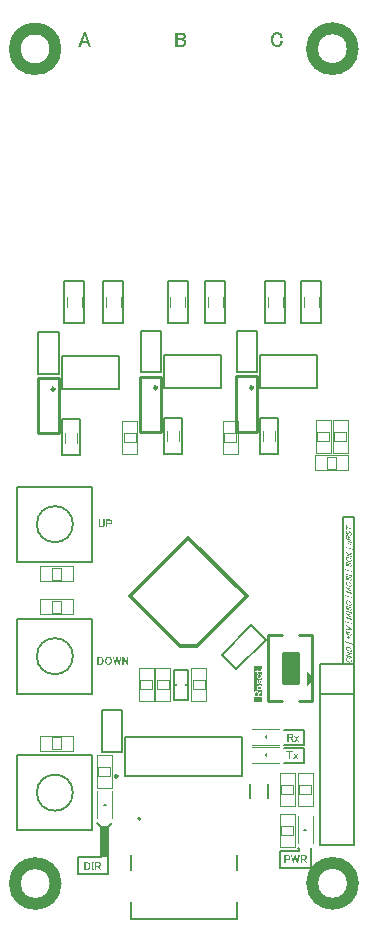
<source format=gto>
G04*
G04 #@! TF.GenerationSoftware,Altium Limited,Altium Designer,21.3.2 (30)*
G04*
G04 Layer_Color=65535*
%FSTAX24Y24*%
%MOIN*%
G70*
G04*
G04 #@! TF.SameCoordinates,BF0EC633-498B-4F46-9C25-626D02BDF3A5*
G04*
G04*
G04 #@! TF.FilePolarity,Positive*
G04*
G01*
G75*
%ADD10C,0.0060*%
%ADD11C,0.0100*%
%ADD12C,0.0394*%
%ADD13C,0.0079*%
%ADD14C,0.0039*%
%ADD15C,0.0070*%
%ADD16C,0.0040*%
%ADD17C,0.0050*%
%ADD18C,0.0118*%
%ADD19R,0.0250X0.1020*%
%ADD20R,0.0250X0.0010*%
%ADD21R,0.0500X0.1000*%
G36*
X04626Y02464D02*
X04601Y02439D01*
Y02489D01*
X04626Y02464D01*
D02*
G37*
G36*
X04468Y0227D02*
Y0226D01*
X04459Y0227D01*
X04468Y0228D01*
Y0227D01*
D02*
G37*
G36*
X04468Y0221D02*
Y022D01*
X04459Y0221D01*
X04468Y0222D01*
Y0221D01*
D02*
G37*
G36*
X039359Y020397D02*
X039259Y020397D01*
X039159Y020397D01*
X039259Y020487D01*
X039359Y020397D01*
D02*
G37*
G36*
X04605Y01956D02*
X04585D01*
X04595Y01965D01*
X04605Y01956D01*
D02*
G37*
G36*
X044324Y024191D02*
X04433Y02419D01*
X044336Y024188D01*
X04434Y024186D01*
X044343Y024185D01*
X044345Y024183D01*
X044347Y024182D01*
X044347Y024182D01*
X04435Y024178D01*
X044352Y024174D01*
X044354Y02417D01*
X044355Y024167D01*
X044356Y024164D01*
X044356Y024161D01*
Y024074D01*
X044275D01*
Y024154D01*
X044276Y02416D01*
X044277Y024165D01*
X044278Y024169D01*
X044281Y024173D01*
X044282Y024176D01*
X044284Y024178D01*
X044286Y02418D01*
X044286Y02418D01*
X044291Y024184D01*
X044296Y024186D01*
X044301Y024189D01*
X044305Y02419D01*
X04431Y02419D01*
X044313Y024191D01*
X044315D01*
X044316D01*
X044316D01*
X044317D01*
X044324Y024191D01*
D02*
G37*
G36*
X04451Y02388D02*
X044239D01*
Y024031D01*
X044504D01*
Y024074D01*
X044393D01*
Y024146D01*
X044504Y0242D01*
Y024244D01*
X044387Y024186D01*
X044386Y024192D01*
X044384Y024198D01*
X044382Y024202D01*
X04438Y024207D01*
X044377Y02421D01*
X044375Y024212D01*
X044374Y024214D01*
X044373Y024215D01*
X04437Y024218D01*
X044365Y024221D01*
X04436Y024224D01*
X044356Y024227D01*
X044351Y024229D01*
X044347Y02423D01*
X044337Y024233D01*
X044333Y024233D01*
X044329Y024234D01*
X044326Y024235D01*
X044323Y024235D01*
X04432Y024235D01*
X044318D01*
X044317D01*
X044317D01*
X04431Y024235D01*
X044304Y024235D01*
X044298Y024233D01*
X044292Y024232D01*
X044287Y024231D01*
X044282Y024229D01*
X044278Y024227D01*
X044274Y024225D01*
X044271Y024223D01*
X044268Y024221D01*
X044265Y024219D01*
X044263Y024218D01*
X044262Y024216D01*
X044261Y024215D01*
X04426Y024215D01*
X04426Y024215D01*
X044256Y024211D01*
X044253Y024206D01*
X04425Y024202D01*
X044248Y024197D01*
X044244Y024189D01*
X044242Y024181D01*
X044241Y024177D01*
X04424Y024173D01*
X04424Y02417D01*
X04424Y024168D01*
X044239Y024165D01*
Y024244D01*
D01*
Y02506D01*
X04451D01*
Y02388D01*
D02*
G37*
G36*
X047326Y029765D02*
Y029704D01*
X047489Y029648D01*
Y029624D01*
X047326Y029679D01*
Y029618D01*
X047305Y029625D01*
Y029772D01*
X047326Y029765D01*
D02*
G37*
G36*
X047345Y029584D02*
X047349Y029584D01*
X047352Y029583D01*
X047356Y029582D01*
Y029557D01*
X047356D01*
X047356Y029557D01*
X047354Y029558D01*
X047351Y029558D01*
X047348Y029559D01*
X047345D01*
X047342Y029558D01*
X047338Y029557D01*
X047334Y029556D01*
X047334Y029555D01*
X047333Y029554D01*
X047331Y029552D01*
X04733Y02955D01*
X047329Y029548D01*
X047328Y029546D01*
X047327Y029544D01*
X047326Y029542D01*
X047325Y029539D01*
X047325Y029536D01*
X047325Y029532D01*
Y029525D01*
X047325Y029523D01*
X047325Y029521D01*
X047326Y029516D01*
X047327Y029511D01*
X047328Y029505D01*
X047331Y029499D01*
X047333Y029495D01*
X047334Y029494D01*
X047335Y029493D01*
X047336Y029491D01*
X047338Y029489D01*
X047341Y029487D01*
X047344Y029485D01*
X047347Y029483D01*
X047351Y029481D01*
X047351Y029481D01*
X047352Y029481D01*
X047354Y02948D01*
X047356Y02948D01*
X047358Y02948D01*
X047361D01*
X047363Y02948D01*
X047365Y029481D01*
X047365Y029481D01*
X047366Y029482D01*
X047367Y029483D01*
X047368Y029484D01*
X04737Y029486D01*
X047371Y029489D01*
X047373Y029493D01*
X047375Y029497D01*
Y029497D01*
X047376Y029498D01*
X047376Y029499D01*
X047377Y0295D01*
X047378Y029502D01*
X04738Y029505D01*
X047381Y029507D01*
X047383Y02951D01*
X047384Y029514D01*
X047386Y029517D01*
X047388Y029521D01*
X047391Y029525D01*
X047395Y029534D01*
X0474Y029544D01*
X0474Y029544D01*
X047401Y029545D01*
X047401Y029547D01*
X047403Y029548D01*
X047404Y02955D01*
X047406Y029552D01*
X047408Y029555D01*
X047411Y029557D01*
X047411D01*
X047411Y029557D01*
X047413Y029558D01*
X047415Y029559D01*
X047419Y02956D01*
X047423Y029561D01*
X047428Y029561D01*
X047433Y02956D01*
X047436Y02956D01*
X047439Y029559D01*
X047439D01*
X04744Y029559D01*
X047441Y029558D01*
X047443Y029557D01*
X047444Y029557D01*
X047447Y029556D01*
X047449Y029554D01*
X047451Y029553D01*
X047454Y029551D01*
X047457Y029549D01*
X04746Y029547D01*
X047463Y029544D01*
X047467Y029542D01*
X04747Y029538D01*
X047473Y029535D01*
X047475Y029531D01*
X047476Y029531D01*
X047476Y02953D01*
X047477Y029529D01*
X047478Y029527D01*
X047479Y029525D01*
X047481Y029523D01*
X047482Y02952D01*
X047483Y029516D01*
X047485Y029512D01*
X047486Y029508D01*
X047488Y029503D01*
X047489Y029498D01*
X04749Y029492D01*
X047491Y029486D01*
X047491Y02948D01*
X047491Y029473D01*
Y029472D01*
X047491Y02947D01*
Y029468D01*
X047491Y029465D01*
X04749Y029461D01*
X04749Y029458D01*
X047489Y029454D01*
X047488Y02945D01*
X047487Y029446D01*
X047485Y029442D01*
X047483Y029438D01*
X047481Y029434D01*
X047478Y029431D01*
X047475Y029428D01*
X047472Y029425D01*
X047472D01*
X047471Y029425D01*
X047471Y029424D01*
X04747Y029424D01*
X047468Y029423D01*
X047466Y029423D01*
X047464Y029422D01*
X047462Y029422D01*
X047459Y029421D01*
X047456Y029421D01*
X047453D01*
X047449Y029421D01*
X047445Y029422D01*
X047441Y029422D01*
X047436Y029423D01*
X047431Y029425D01*
Y02945D01*
X047432D01*
X047432Y029449D01*
X047433Y029449D01*
X047434Y029449D01*
X047436Y029448D01*
X047438Y029448D01*
X047442Y029447D01*
X047447Y029447D01*
X047451Y029446D01*
X047456Y029447D01*
X047458Y029448D01*
X047459Y029449D01*
X04746Y029449D01*
X047461Y02945D01*
X047462Y029451D01*
X047463Y029453D01*
X047464Y029454D01*
X047465Y029456D01*
X047466Y029458D01*
X047467Y02946D01*
X047468Y029463D01*
X047469Y029466D01*
X04747Y029469D01*
X047471Y029473D01*
X047471Y029477D01*
X047471Y029481D01*
Y029484D01*
X047471Y029485D01*
Y029487D01*
X047471Y029489D01*
X04747Y029492D01*
X04747Y029494D01*
X047469Y0295D01*
X047467Y029506D01*
X047464Y029512D01*
X04746Y029518D01*
Y029519D01*
X04746Y029519D01*
X047459Y02952D01*
X047457Y029522D01*
X047455Y029524D01*
X047452Y029527D01*
X047449Y029529D01*
X047446Y029531D01*
X047443Y029533D01*
X047443Y029533D01*
X047442Y029533D01*
X04744Y029533D01*
X047437Y029534D01*
X047435D01*
X047432Y029534D01*
X04743Y029533D01*
X047427Y029532D01*
X047427Y029532D01*
X047426Y029531D01*
X047425Y02953D01*
X047424Y029529D01*
X047422Y029527D01*
X04742Y029525D01*
X047418Y029522D01*
X047416Y029518D01*
X047416Y029518D01*
X047415Y029517D01*
X047414Y029515D01*
X047413Y029512D01*
X047411Y029509D01*
X047409Y029505D01*
X047406Y0295D01*
X047403Y029495D01*
Y029494D01*
X047403Y029494D01*
X047403Y029493D01*
X047402Y029492D01*
X0474Y029489D01*
X047398Y029485D01*
X047396Y029481D01*
X047394Y029476D01*
X047392Y029472D01*
X047389Y029468D01*
X047389Y029468D01*
X047389Y029467D01*
X047388Y029466D01*
X047387Y029464D01*
X047386Y029462D01*
X047384Y02946D01*
X047382Y029458D01*
X04738Y029456D01*
X047379Y029456D01*
X047378Y029455D01*
X047376Y029455D01*
X047373Y029454D01*
X047369Y029453D01*
X047365D01*
X04736Y029454D01*
X047357Y029455D01*
X047354Y029456D01*
X047354D01*
X047353Y029456D01*
X047352Y029456D01*
X04735Y029457D01*
X047349Y029458D01*
X047347Y029459D01*
X047342Y029461D01*
X047336Y029465D01*
X047333Y029467D01*
X04733Y02947D01*
X047327Y029473D01*
X047324Y029476D01*
X047321Y029479D01*
X047318Y029483D01*
X047318Y029483D01*
X047318Y029484D01*
X047317Y029485D01*
X047316Y029486D01*
X047315Y029488D01*
X047313Y029491D01*
X047312Y029493D01*
X047311Y029497D01*
X047309Y0295D01*
X047308Y029504D01*
X047307Y029508D01*
X047306Y029513D01*
X047305Y029518D01*
X047304Y029523D01*
X047304Y029528D01*
X047303Y029534D01*
Y029537D01*
X047304Y029539D01*
X047304Y029542D01*
X047304Y029545D01*
X047305Y029548D01*
X047305Y029552D01*
X047307Y02956D01*
X047309Y029563D01*
X04731Y029567D01*
X047312Y02957D01*
X047315Y029574D01*
X047317Y029576D01*
X04732Y029579D01*
X047321D01*
X047321Y029579D01*
X047322Y02958D01*
X047323Y02958D01*
X047324Y029581D01*
X047326Y029582D01*
X047328Y029582D01*
X047331Y029583D01*
X047336Y029584D01*
X047342Y029584D01*
X047345Y029584D01*
D02*
G37*
G36*
X047341Y029428D02*
X047344Y029427D01*
X047348Y029427D01*
X047353Y029425D01*
X047357Y029424D01*
X047357D01*
X047358Y029424D01*
X047359Y029423D01*
X047361Y029423D01*
X047363Y029422D01*
X047366Y029421D01*
X047368Y029419D01*
X047371Y029418D01*
X047378Y029414D01*
X047384Y029409D01*
X04739Y029404D01*
X047396Y029397D01*
X047396Y029397D01*
X047397Y029395D01*
X047398Y029393D01*
X0474Y02939D01*
X047401Y029387D01*
X047403Y029382D01*
X047405Y029378D01*
X047406Y029372D01*
X047488Y029386D01*
Y029359D01*
X047409Y029347D01*
Y029292D01*
X047488Y029265D01*
Y02924D01*
X047304Y029302D01*
Y029395D01*
X047305Y029396D01*
X047305Y029398D01*
X047305Y0294D01*
X047306Y029405D01*
X047308Y02941D01*
X04731Y029415D01*
X047312Y029417D01*
X047314Y029419D01*
X047316Y029422D01*
X047318Y029423D01*
X047319D01*
X047319Y029424D01*
X04732Y029424D01*
X047321Y029425D01*
X047322Y029425D01*
X047324Y029426D01*
X047326Y029427D01*
X047329Y029427D01*
X047331Y029428D01*
X047334Y029428D01*
X047337D01*
X047341Y029428D01*
D02*
G37*
G36*
X047396Y029232D02*
X0474Y029231D01*
X047489Y029201D01*
Y029179D01*
X047407Y029207D01*
X047406Y029208D01*
X047405Y029208D01*
X047403Y029208D01*
X047401Y029208D01*
X047398D01*
X047396Y029208D01*
X047393Y029208D01*
X047391Y029206D01*
X04739Y029206D01*
X047389Y029206D01*
X047388Y029204D01*
X047387Y029203D01*
X047386Y029201D01*
X047385Y029198D01*
X047384Y029194D01*
X047384Y02919D01*
Y02919D01*
X047384Y029188D01*
X047384Y029186D01*
X047385Y029183D01*
X047386Y029179D01*
X047388Y029175D01*
X047391Y02917D01*
X047393Y029168D01*
X047395Y029165D01*
X047395Y029165D01*
X047396Y029164D01*
X047396Y029163D01*
X047398Y029162D01*
X047399Y02916D01*
X047401Y029158D01*
X047403Y029156D01*
X047405Y029154D01*
X04741Y029149D01*
X047416Y029144D01*
X047419Y029142D01*
X047422Y02914D01*
X047426Y029139D01*
X047429Y029137D01*
X047489Y029117D01*
Y029095D01*
X047369Y029136D01*
Y029158D01*
X047391Y02915D01*
X04739Y029151D01*
X047389Y029152D01*
X047388Y029153D01*
X047387Y029155D01*
X047385Y029157D01*
X047383Y02916D01*
X047381Y029163D01*
X047379Y029167D01*
X047374Y029174D01*
X047372Y029178D01*
X04737Y029183D01*
X047369Y029187D01*
X047368Y029191D01*
X047367Y029195D01*
X047367Y029199D01*
Y029201D01*
X047367Y029203D01*
X047367Y029205D01*
X047368Y029207D01*
X047368Y029211D01*
X04737Y029216D01*
X047372Y029221D01*
X047374Y029224D01*
X047375Y029226D01*
X047378Y029228D01*
X04738Y029229D01*
X04738Y02923D01*
X047381Y02923D01*
X047383Y029231D01*
X047385Y029232D01*
X047388Y029232D01*
X047392Y029232D01*
X047396Y029232D01*
D02*
G37*
G36*
X04753Y02896D02*
Y028938D01*
X047257Y029031D01*
Y029053D01*
X04753Y02896D01*
D02*
G37*
G36*
X047379Y028806D02*
X047489Y028843D01*
Y028814D01*
X047396Y028783D01*
X047421Y02875D01*
X047489Y028727D01*
Y028702D01*
X047305Y028764D01*
Y028789D01*
X047389Y02876D01*
X047305Y028873D01*
Y028904D01*
X047379Y028806D01*
D02*
G37*
G36*
X047355Y028708D02*
X04736Y028708D01*
X047366Y028707D01*
X047371Y028705D01*
Y02868D01*
X047371D01*
X04737Y02868D01*
X047369Y02868D01*
X047367Y02868D01*
X047366Y028681D01*
X047363Y028681D01*
X047358Y028681D01*
X047353Y028682D01*
X047347Y028681D01*
X047344Y02868D01*
X047342Y02868D01*
X047339Y028679D01*
X047337Y028677D01*
X047336D01*
X047336Y028677D01*
X047335Y028676D01*
X047333Y028674D01*
X04733Y028671D01*
X047328Y028667D01*
X047326Y028663D01*
X047324Y028657D01*
X047324Y028654D01*
X047324Y028651D01*
Y028649D01*
X047324Y028647D01*
X047324Y028645D01*
X047324Y028643D01*
X047325Y028641D01*
X047325Y028638D01*
X047327Y028632D01*
X047329Y028629D01*
X04733Y028626D01*
X047332Y028622D01*
X047334Y028618D01*
X047336Y028615D01*
X047339Y028611D01*
X047339Y028611D01*
X04734Y02861D01*
X047341Y028608D01*
X047342Y028607D01*
X047344Y028605D01*
X047347Y028602D01*
X04735Y028599D01*
X047353Y028596D01*
X047357Y028593D01*
X047362Y02859D01*
X047367Y028587D01*
X047372Y028583D01*
X047378Y02858D01*
X047384Y028577D01*
X047391Y028574D01*
X047398Y028572D01*
X047398Y028571D01*
X0474Y028571D01*
X047402Y02857D01*
X047405Y02857D01*
X047408Y028569D01*
X047411Y028568D01*
X047416Y028567D01*
X04742Y028566D01*
X047425Y028566D01*
X04743Y028565D01*
X047435D01*
X04744D01*
X047444Y028566D01*
X047449Y028567D01*
X047453Y028569D01*
X047457Y028571D01*
X047457D01*
X047458Y028571D01*
X047459Y028573D01*
X047461Y028575D01*
X047464Y028578D01*
X047467Y028582D01*
X047469Y028587D01*
X04747Y02859D01*
X047471Y028593D01*
X047471Y028597D01*
X047471Y0286D01*
Y028602D01*
X047471Y028604D01*
Y028606D01*
X047471Y028608D01*
X04747Y028611D01*
X04747Y028613D01*
X047468Y028619D01*
X047466Y028625D01*
X047463Y028632D01*
X047461Y028635D01*
X047459Y028638D01*
X047459Y028638D01*
X047459Y028639D01*
X047458Y02864D01*
X047457Y028641D01*
X047455Y028643D01*
X047453Y028645D01*
X047451Y028647D01*
X047448Y028649D01*
X047445Y028651D01*
X047442Y028654D01*
X047439Y028656D01*
X047435Y028659D01*
X047431Y028661D01*
X047426Y028663D01*
X047421Y028666D01*
X047416Y028667D01*
Y028693D01*
X047417Y028693D01*
X047418Y028693D01*
X04742Y028692D01*
X047422Y028691D01*
X047425Y028689D01*
X047429Y028688D01*
X047433Y028685D01*
X047437Y028683D01*
X047442Y02868D01*
X047446Y028677D01*
X047451Y028674D01*
X047456Y02867D01*
X04746Y028666D01*
X047465Y028662D01*
X047469Y028657D01*
X047473Y028652D01*
X047474Y028652D01*
X047474Y028651D01*
X047475Y02865D01*
X047476Y028648D01*
X047477Y028646D01*
X047479Y028643D01*
X047481Y02864D01*
X047482Y028636D01*
X047484Y028632D01*
X047486Y028627D01*
X047487Y028622D01*
X047489Y028617D01*
X04749Y028612D01*
X047491Y028606D01*
X047491Y0286D01*
X047491Y028593D01*
Y028592D01*
X047491Y02859D01*
Y028588D01*
X047491Y028586D01*
X04749Y028582D01*
X04749Y028579D01*
X047489Y028576D01*
X047488Y028572D01*
X047486Y028568D01*
X047485Y028564D01*
X047483Y028561D01*
X047481Y028557D01*
X047478Y028554D01*
X047475Y028551D01*
X047471Y028548D01*
X047471Y028548D01*
X04747Y028547D01*
X047468Y028546D01*
X047466Y028545D01*
X047463Y028544D01*
X04746Y028543D01*
X047456Y028542D01*
X047452Y028541D01*
X047447Y02854D01*
X047442Y028539D01*
X047435Y028539D01*
X047429Y028539D01*
X047422Y02854D01*
X047414Y028541D01*
X047406Y028543D01*
X047398Y028546D01*
X047398D01*
X047397Y028546D01*
X047396Y028547D01*
X047393Y028548D01*
X04739Y028549D01*
X047386Y028551D01*
X047382Y028553D01*
X047376Y028555D01*
X047371Y028558D01*
X047365Y028562D01*
X047359Y028566D01*
X047353Y02857D01*
X047347Y028575D01*
X047341Y02858D01*
X047335Y028585D01*
X047329Y028591D01*
X047324Y028598D01*
X047323Y028598D01*
X047323Y028599D01*
X047322Y028601D01*
X04732Y028603D01*
X047319Y028605D01*
X047317Y028608D01*
X047315Y028612D01*
X047313Y028616D01*
X047312Y02862D01*
X04731Y028625D01*
X047308Y028629D01*
X047306Y028634D01*
X047305Y02864D01*
X047304Y028646D01*
X047304Y028652D01*
X047303Y028657D01*
Y028661D01*
X047304Y028663D01*
X047304Y028665D01*
X047304Y028668D01*
X047305Y028672D01*
X047306Y028675D01*
X047307Y028679D01*
X047308Y028682D01*
X047309Y028686D01*
X047311Y02869D01*
X047313Y028693D01*
X047316Y028696D01*
X047318Y028699D01*
X047322Y028702D01*
X047322Y028702D01*
X047322Y028702D01*
X047324Y028703D01*
X047325Y028704D01*
X047327Y028705D01*
X047329Y028705D01*
X047332Y028706D01*
X047335Y028707D01*
X047338Y028708D01*
X047342Y028708D01*
X047346Y028709D01*
X047351D01*
X047355Y028708D01*
D02*
G37*
G36*
X047345Y028529D02*
X047349Y028528D01*
X047352Y028528D01*
X047356Y028527D01*
Y028502D01*
X047356D01*
X047356Y028502D01*
X047354Y028502D01*
X047351Y028503D01*
X047348Y028503D01*
X047345D01*
X047342Y028503D01*
X047338Y028502D01*
X047334Y0285D01*
X047334Y0285D01*
X047333Y028499D01*
X047331Y028497D01*
X04733Y028495D01*
X047329Y028493D01*
X047328Y028491D01*
X047327Y028489D01*
X047326Y028486D01*
X047325Y028484D01*
X047325Y028481D01*
X047325Y028477D01*
Y02847D01*
X047325Y028468D01*
X047325Y028466D01*
X047326Y028461D01*
X047327Y028455D01*
X047328Y02845D01*
X047331Y028444D01*
X047333Y028439D01*
X047334Y028439D01*
X047335Y028438D01*
X047336Y028436D01*
X047338Y028434D01*
X047341Y028432D01*
X047344Y02843D01*
X047347Y028428D01*
X047351Y028426D01*
X047351Y028426D01*
X047352Y028426D01*
X047354Y028425D01*
X047356Y028425D01*
X047358Y028425D01*
X047361D01*
X047363Y028425D01*
X047365Y028426D01*
X047365Y028426D01*
X047366Y028426D01*
X047367Y028427D01*
X047368Y028429D01*
X04737Y028431D01*
X047371Y028434D01*
X047373Y028437D01*
X047375Y028441D01*
Y028442D01*
X047376Y028442D01*
X047376Y028443D01*
X047377Y028445D01*
X047378Y028447D01*
X04738Y028449D01*
X047381Y028452D01*
X047383Y028455D01*
X047384Y028459D01*
X047386Y028462D01*
X047388Y028466D01*
X047391Y02847D01*
X047395Y028479D01*
X0474Y028489D01*
X0474Y028489D01*
X047401Y02849D01*
X047401Y028492D01*
X047403Y028493D01*
X047404Y028495D01*
X047406Y028497D01*
X047408Y028499D01*
X047411Y028501D01*
X047411D01*
X047411Y028502D01*
X047413Y028503D01*
X047415Y028504D01*
X047419Y028505D01*
X047423Y028505D01*
X047428Y028506D01*
X047433Y028505D01*
X047436Y028505D01*
X047439Y028504D01*
X047439D01*
X04744Y028503D01*
X047441Y028503D01*
X047443Y028502D01*
X047444Y028501D01*
X047447Y0285D01*
X047449Y028499D01*
X047451Y028498D01*
X047454Y028496D01*
X047457Y028494D01*
X04746Y028492D01*
X047463Y028489D01*
X047467Y028486D01*
X04747Y028483D01*
X047473Y02848D01*
X047475Y028476D01*
X047476Y028476D01*
X047476Y028475D01*
X047477Y028474D01*
X047478Y028472D01*
X047479Y02847D01*
X047481Y028467D01*
X047482Y028464D01*
X047483Y028461D01*
X047485Y028457D01*
X047486Y028452D01*
X047488Y028448D01*
X047489Y028442D01*
X04749Y028437D01*
X047491Y028431D01*
X047491Y028425D01*
X047491Y028418D01*
Y028416D01*
X047491Y028415D01*
Y028412D01*
X047491Y028409D01*
X04749Y028406D01*
X04749Y028402D01*
X047489Y028399D01*
X047488Y028395D01*
X047487Y028391D01*
X047485Y028387D01*
X047483Y028383D01*
X047481Y028379D01*
X047478Y028376D01*
X047475Y028372D01*
X047472Y02837D01*
X047472D01*
X047471Y02837D01*
X047471Y028369D01*
X04747Y028369D01*
X047468Y028368D01*
X047466Y028368D01*
X047464Y028367D01*
X047462Y028366D01*
X047459Y028366D01*
X047456Y028366D01*
X047453D01*
X047449Y028366D01*
X047445Y028366D01*
X047441Y028367D01*
X047436Y028368D01*
X047431Y02837D01*
Y028395D01*
X047432D01*
X047432Y028394D01*
X047433Y028394D01*
X047434Y028394D01*
X047436Y028393D01*
X047438Y028393D01*
X047442Y028392D01*
X047447Y028391D01*
X047451Y028391D01*
X047456Y028392D01*
X047458Y028392D01*
X047459Y028394D01*
X04746Y028394D01*
X047461Y028395D01*
X047462Y028396D01*
X047463Y028397D01*
X047464Y028399D01*
X047465Y028401D01*
X047466Y028403D01*
X047467Y028405D01*
X047468Y028408D01*
X047469Y028411D01*
X04747Y028414D01*
X047471Y028418D01*
X047471Y028422D01*
X047471Y028426D01*
Y028428D01*
X047471Y02843D01*
Y028432D01*
X047471Y028434D01*
X04747Y028437D01*
X04747Y028439D01*
X047469Y028445D01*
X047467Y028451D01*
X047464Y028457D01*
X04746Y028463D01*
Y028463D01*
X04746Y028464D01*
X047459Y028465D01*
X047457Y028467D01*
X047455Y028469D01*
X047452Y028472D01*
X047449Y028474D01*
X047446Y028476D01*
X047443Y028477D01*
X047443Y028478D01*
X047442Y028478D01*
X04744Y028478D01*
X047437Y028479D01*
X047435D01*
X047432Y028478D01*
X04743Y028478D01*
X047427Y028477D01*
X047427Y028476D01*
X047426Y028476D01*
X047425Y028475D01*
X047424Y028474D01*
X047422Y028472D01*
X04742Y02847D01*
X047418Y028467D01*
X047416Y028463D01*
X047416Y028463D01*
X047415Y028462D01*
X047414Y02846D01*
X047413Y028457D01*
X047411Y028453D01*
X047409Y028449D01*
X047406Y028445D01*
X047403Y028439D01*
Y028439D01*
X047403Y028439D01*
X047403Y028438D01*
X047402Y028437D01*
X0474Y028434D01*
X047398Y02843D01*
X047396Y028426D01*
X047394Y028421D01*
X047392Y028417D01*
X047389Y028413D01*
X047389Y028413D01*
X047389Y028412D01*
X047388Y02841D01*
X047387Y028409D01*
X047386Y028407D01*
X047384Y028405D01*
X047382Y028403D01*
X04738Y028401D01*
X047379Y028401D01*
X047378Y0284D01*
X047376Y028399D01*
X047373Y028399D01*
X047369Y028398D01*
X047365D01*
X04736Y028399D01*
X047357Y028399D01*
X047354Y0284D01*
X047354D01*
X047353Y028401D01*
X047352Y028401D01*
X04735Y028402D01*
X047349Y028403D01*
X047347Y028404D01*
X047342Y028406D01*
X047336Y02841D01*
X047333Y028412D01*
X04733Y028415D01*
X047327Y028417D01*
X047324Y028421D01*
X047321Y028424D01*
X047318Y028427D01*
X047318Y028428D01*
X047318Y028428D01*
X047317Y028429D01*
X047316Y028431D01*
X047315Y028433D01*
X047313Y028435D01*
X047312Y028438D01*
X047311Y028441D01*
X047309Y028445D01*
X047308Y028449D01*
X047307Y028453D01*
X047306Y028458D01*
X047305Y028462D01*
X047304Y028467D01*
X047304Y028473D01*
X047303Y028479D01*
Y028482D01*
X047304Y028484D01*
X047304Y028487D01*
X047304Y02849D01*
X047305Y028493D01*
X047305Y028497D01*
X047307Y028504D01*
X047309Y028508D01*
X04731Y028512D01*
X047312Y028515D01*
X047315Y028518D01*
X047317Y028521D01*
X04732Y028524D01*
X047321D01*
X047321Y028524D01*
X047322Y028524D01*
X047323Y028525D01*
X047324Y028526D01*
X047326Y028526D01*
X047328Y028527D01*
X047331Y028528D01*
X047336Y028529D01*
X047342Y028529D01*
X047345Y028529D01*
D02*
G37*
G36*
X04753Y028214D02*
Y028193D01*
X047257Y028286D01*
Y028307D01*
X04753Y028214D01*
D02*
G37*
G36*
X047329Y028146D02*
Y028134D01*
X047466Y028088D01*
Y0281D01*
X047489Y028092D01*
Y028043D01*
X047466Y028051D01*
Y028063D01*
X047329Y02811D01*
Y028098D01*
X047305Y028106D01*
Y028154D01*
X047329Y028146D01*
D02*
G37*
G36*
X047345Y028063D02*
X047349Y028063D01*
X047352Y028062D01*
X047356Y028061D01*
Y028036D01*
X047356D01*
X047356Y028036D01*
X047354Y028037D01*
X047351Y028037D01*
X047348Y028038D01*
X047345D01*
X047342Y028037D01*
X047338Y028036D01*
X047334Y028034D01*
X047334Y028034D01*
X047333Y028033D01*
X047331Y028031D01*
X04733Y028029D01*
X047329Y028027D01*
X047328Y028025D01*
X047327Y028023D01*
X047326Y02802D01*
X047325Y028018D01*
X047325Y028015D01*
X047325Y028011D01*
Y028004D01*
X047325Y028002D01*
X047325Y028D01*
X047326Y027995D01*
X047327Y02799D01*
X047328Y027984D01*
X047331Y027978D01*
X047333Y027974D01*
X047334Y027973D01*
X047335Y027972D01*
X047336Y02797D01*
X047338Y027968D01*
X047341Y027966D01*
X047344Y027964D01*
X047347Y027962D01*
X047351Y02796D01*
X047351Y02796D01*
X047352Y02796D01*
X047354Y027959D01*
X047356Y027959D01*
X047358Y027959D01*
X047361D01*
X047363Y027959D01*
X047365Y02796D01*
X047365Y02796D01*
X047366Y027961D01*
X047367Y027962D01*
X047368Y027963D01*
X04737Y027965D01*
X047371Y027968D01*
X047373Y027971D01*
X047375Y027976D01*
Y027976D01*
X047376Y027977D01*
X047376Y027978D01*
X047377Y027979D01*
X047378Y027981D01*
X04738Y027983D01*
X047381Y027986D01*
X047383Y027989D01*
X047384Y027993D01*
X047386Y027996D01*
X047388Y028D01*
X047391Y028004D01*
X047395Y028013D01*
X0474Y028023D01*
X0474Y028023D01*
X047401Y028024D01*
X047401Y028026D01*
X047403Y028027D01*
X047404Y028029D01*
X047406Y028031D01*
X047408Y028033D01*
X047411Y028035D01*
X047411D01*
X047411Y028036D01*
X047413Y028037D01*
X047415Y028038D01*
X047419Y028039D01*
X047423Y02804D01*
X047428Y02804D01*
X047433Y028039D01*
X047436Y028039D01*
X047439Y028038D01*
X047439D01*
X04744Y028038D01*
X047441Y028037D01*
X047443Y028036D01*
X047444Y028035D01*
X047447Y028034D01*
X047449Y028033D01*
X047451Y028032D01*
X047454Y02803D01*
X047457Y028028D01*
X04746Y028026D01*
X047463Y028023D01*
X047467Y02802D01*
X04747Y028017D01*
X047473Y028014D01*
X047475Y02801D01*
X047476Y02801D01*
X047476Y028009D01*
X047477Y028008D01*
X047478Y028006D01*
X047479Y028004D01*
X047481Y028002D01*
X047482Y027999D01*
X047483Y027995D01*
X047485Y027991D01*
X047486Y027987D01*
X047488Y027982D01*
X047489Y027977D01*
X04749Y027971D01*
X047491Y027965D01*
X047491Y027959D01*
X047491Y027952D01*
Y027951D01*
X047491Y027949D01*
Y027947D01*
X047491Y027943D01*
X04749Y02794D01*
X04749Y027937D01*
X047489Y027933D01*
X047488Y027929D01*
X047487Y027925D01*
X047485Y027921D01*
X047483Y027917D01*
X047481Y027913D01*
X047478Y02791D01*
X047475Y027906D01*
X047472Y027904D01*
X047472D01*
X047471Y027904D01*
X047471Y027903D01*
X04747Y027903D01*
X047468Y027902D01*
X047466Y027902D01*
X047464Y027901D01*
X047462Y027901D01*
X047459Y0279D01*
X047456Y0279D01*
X047453D01*
X047449Y0279D01*
X047445Y027901D01*
X047441Y027901D01*
X047436Y027902D01*
X047431Y027904D01*
Y027929D01*
X047432D01*
X047432Y027928D01*
X047433Y027928D01*
X047434Y027928D01*
X047436Y027927D01*
X047438Y027927D01*
X047442Y027926D01*
X047447Y027926D01*
X047451Y027925D01*
X047456Y027926D01*
X047458Y027927D01*
X047459Y027928D01*
X04746Y027928D01*
X047461Y027929D01*
X047462Y02793D01*
X047463Y027931D01*
X047464Y027933D01*
X047465Y027935D01*
X047466Y027937D01*
X047467Y027939D01*
X047468Y027942D01*
X047469Y027945D01*
X04747Y027948D01*
X047471Y027952D01*
X047471Y027956D01*
X047471Y02796D01*
Y027963D01*
X047471Y027964D01*
Y027966D01*
X047471Y027968D01*
X04747Y027971D01*
X04747Y027973D01*
X047469Y027979D01*
X047467Y027985D01*
X047464Y027991D01*
X04746Y027997D01*
Y027998D01*
X04746Y027998D01*
X047459Y027999D01*
X047457Y028001D01*
X047455Y028003D01*
X047452Y028006D01*
X047449Y028008D01*
X047446Y02801D01*
X047443Y028012D01*
X047443Y028012D01*
X047442Y028012D01*
X04744Y028012D01*
X047437Y028013D01*
X047435D01*
X047432Y028013D01*
X04743Y028012D01*
X047427Y028011D01*
X047427Y02801D01*
X047426Y02801D01*
X047425Y028009D01*
X047424Y028008D01*
X047422Y028006D01*
X04742Y028004D01*
X047418Y028001D01*
X047416Y027997D01*
X047416Y027997D01*
X047415Y027996D01*
X047414Y027994D01*
X047413Y027991D01*
X047411Y027988D01*
X047409Y027983D01*
X047406Y027979D01*
X047403Y027974D01*
Y027973D01*
X047403Y027973D01*
X047403Y027972D01*
X047402Y027971D01*
X0474Y027968D01*
X047398Y027964D01*
X047396Y02796D01*
X047394Y027955D01*
X047392Y027951D01*
X047389Y027947D01*
X047389Y027947D01*
X047389Y027946D01*
X047388Y027944D01*
X047387Y027943D01*
X047386Y027941D01*
X047384Y027939D01*
X047382Y027937D01*
X04738Y027935D01*
X047379Y027935D01*
X047378Y027934D01*
X047376Y027933D01*
X047373Y027933D01*
X047369Y027932D01*
X047365D01*
X04736Y027933D01*
X047357Y027933D01*
X047354Y027935D01*
X047354D01*
X047353Y027935D01*
X047352Y027935D01*
X04735Y027936D01*
X047349Y027937D01*
X047347Y027938D01*
X047342Y02794D01*
X047336Y027944D01*
X047333Y027946D01*
X04733Y027949D01*
X047327Y027952D01*
X047324Y027955D01*
X047321Y027958D01*
X047318Y027962D01*
X047318Y027962D01*
X047318Y027963D01*
X047317Y027964D01*
X047316Y027965D01*
X047315Y027967D01*
X047313Y027969D01*
X047312Y027972D01*
X047311Y027976D01*
X047309Y027979D01*
X047308Y027983D01*
X047307Y027987D01*
X047306Y027992D01*
X047305Y027996D01*
X047304Y028002D01*
X047304Y028007D01*
X047303Y028013D01*
Y028016D01*
X047304Y028018D01*
X047304Y028021D01*
X047304Y028024D01*
X047305Y028027D01*
X047305Y028031D01*
X047307Y028039D01*
X047309Y028042D01*
X04731Y028046D01*
X047312Y028049D01*
X047315Y028053D01*
X047317Y028055D01*
X04732Y028058D01*
X047321D01*
X047321Y028058D01*
X047322Y028058D01*
X047323Y028059D01*
X047324Y02806D01*
X047326Y02806D01*
X047328Y028061D01*
X047331Y028062D01*
X047336Y028063D01*
X047342Y028063D01*
X047345Y028063D01*
D02*
G37*
G36*
X047367Y027888D02*
X047374Y027888D01*
X047381Y027886D01*
X047389Y027885D01*
X047397Y027882D01*
X047397Y027882D01*
X047399Y027881D01*
X047401Y02788D01*
X047404Y027879D01*
X047408Y027877D01*
X047412Y027875D01*
X047417Y027873D01*
X047423Y02787D01*
X047428Y027867D01*
X047434Y027863D01*
X04744Y027859D01*
X047446Y027854D01*
X047452Y02785D01*
X047457Y027844D01*
X047463Y027838D01*
X047468Y027832D01*
X047468Y027832D01*
X047469Y027831D01*
X04747Y027829D01*
X047471Y027827D01*
X047473Y027824D01*
X047475Y027821D01*
X047477Y027817D01*
X047479Y027813D01*
X047481Y027808D01*
X047483Y027803D01*
X047485Y027798D01*
X047487Y027793D01*
X047488Y027787D01*
X047489Y027782D01*
X04749Y027776D01*
X04749Y02777D01*
Y027768D01*
X04749Y027766D01*
Y027764D01*
X04749Y027762D01*
X047489Y027759D01*
X047489Y027755D01*
X047488Y027752D01*
X047486Y027748D01*
X047485Y027744D01*
X047483Y02774D01*
X047481Y027736D01*
X047478Y027732D01*
X047475Y027729D01*
X047472Y027725D01*
X047468Y027722D01*
X047468Y027722D01*
X047467Y027722D01*
X047465Y027721D01*
X047463Y02772D01*
X04746Y027719D01*
X047457Y027718D01*
X047453Y027717D01*
X047449Y027716D01*
X047445Y027715D01*
X047439Y027714D01*
X047433Y027714D01*
X047427Y027714D01*
X04742Y027715D01*
X047413Y027716D01*
X047405Y027718D01*
X047397Y027721D01*
X047397D01*
X047396Y027721D01*
X047395Y027721D01*
X047393Y027722D01*
X047389Y027724D01*
X047386Y027725D01*
X047381Y027727D01*
X047376Y02773D01*
X047371Y027733D01*
X047366Y027736D01*
X04736Y02774D01*
X047354Y027744D01*
X047348Y027748D01*
X047342Y027753D01*
X047336Y027759D01*
X047331Y027764D01*
X047326Y027771D01*
X047326Y027771D01*
X047325Y027772D01*
X047324Y027774D01*
X047322Y027776D01*
X047321Y027779D01*
X047319Y027782D01*
X047317Y027786D01*
X047315Y02779D01*
X047312Y027794D01*
X04731Y027799D01*
X047309Y027804D01*
X047307Y02781D01*
X047305Y027815D01*
X047304Y027821D01*
X047304Y027827D01*
X047303Y027833D01*
Y027835D01*
X047304Y027836D01*
Y027839D01*
X047304Y027841D01*
X047305Y027844D01*
X047305Y027848D01*
X047306Y027851D01*
X047307Y027855D01*
X047309Y027859D01*
X047311Y027863D01*
X047313Y027867D01*
X047316Y027871D01*
X047319Y027874D01*
X047322Y027877D01*
X047326Y02788D01*
X047326Y027881D01*
X047327Y027881D01*
X047329Y027882D01*
X047331Y027883D01*
X047333Y027884D01*
X047336Y027885D01*
X04734Y027886D01*
X047345Y027887D01*
X047349Y027888D01*
X047355Y027888D01*
X04736D01*
X047367Y027888D01*
D02*
G37*
G36*
X047489Y027654D02*
Y027629D01*
X047348Y027677D01*
X047489Y027579D01*
Y027562D01*
X047348Y027561D01*
X047489Y027513D01*
Y027488D01*
X047305Y02755D01*
Y027584D01*
X047449Y027585D01*
X047305Y027683D01*
Y027716D01*
X047489Y027654D01*
D02*
G37*
G36*
X04753Y027349D02*
Y027328D01*
X047257Y027421D01*
Y027442D01*
X04753Y027349D01*
D02*
G37*
G36*
X047367Y027256D02*
X047374Y027256D01*
X047381Y027255D01*
X047389Y027253D01*
X047397Y02725D01*
X047397Y02725D01*
X047399Y02725D01*
X047401Y027249D01*
X047404Y027248D01*
X047408Y027246D01*
X047412Y027244D01*
X047417Y027241D01*
X047423Y027238D01*
X047428Y027235D01*
X047434Y027231D01*
X04744Y027227D01*
X047446Y027223D01*
X047452Y027218D01*
X047457Y027213D01*
X047463Y027207D01*
X047468Y0272D01*
X047468Y0272D01*
X047469Y027199D01*
X04747Y027197D01*
X047471Y027195D01*
X047473Y027192D01*
X047475Y027189D01*
X047477Y027185D01*
X047479Y027181D01*
X047481Y027177D01*
X047483Y027172D01*
X047485Y027167D01*
X047487Y027161D01*
X047488Y027156D01*
X047489Y02715D01*
X04749Y027144D01*
X04749Y027138D01*
Y027137D01*
X04749Y027135D01*
Y027133D01*
X04749Y02713D01*
X047489Y027127D01*
X047489Y027124D01*
X047488Y02712D01*
X047486Y027116D01*
X047485Y027112D01*
X047483Y027108D01*
X047481Y027104D01*
X047478Y027101D01*
X047475Y027097D01*
X047472Y027094D01*
X047468Y027091D01*
X047468Y02709D01*
X047467Y02709D01*
X047465Y027089D01*
X047463Y027088D01*
X04746Y027087D01*
X047457Y027086D01*
X047453Y027085D01*
X047449Y027084D01*
X047445Y027083D01*
X047439Y027083D01*
X047433Y027083D01*
X047427Y027083D01*
X04742Y027083D01*
X047413Y027085D01*
X047405Y027086D01*
X047397Y027089D01*
X047397D01*
X047396Y027089D01*
X047395Y02709D01*
X047393Y027091D01*
X047389Y027092D01*
X047386Y027094D01*
X047381Y027096D01*
X047376Y027098D01*
X047371Y027101D01*
X047366Y027104D01*
X04736Y027108D01*
X047354Y027112D01*
X047348Y027116D01*
X047342Y027122D01*
X047336Y027127D01*
X047331Y027133D01*
X047326Y027139D01*
X047326Y027139D01*
X047325Y02714D01*
X047324Y027142D01*
X047322Y027144D01*
X047321Y027147D01*
X047319Y02715D01*
X047317Y027154D01*
X047315Y027158D01*
X047312Y027163D01*
X04731Y027167D01*
X047309Y027173D01*
X047307Y027178D01*
X047305Y027184D01*
X047304Y02719D01*
X047304Y027196D01*
X047303Y027202D01*
Y027203D01*
X047304Y027205D01*
Y027207D01*
X047304Y02721D01*
X047305Y027213D01*
X047305Y027216D01*
X047306Y027219D01*
X047307Y027223D01*
X047309Y027227D01*
X047311Y027231D01*
X047313Y027235D01*
X047316Y027239D01*
X047319Y027242D01*
X047322Y027246D01*
X047326Y027249D01*
X047326Y027249D01*
X047327Y02725D01*
X047329Y02725D01*
X047331Y027251D01*
X047333Y027252D01*
X047336Y027253D01*
X04734Y027254D01*
X047345Y027255D01*
X047349Y027256D01*
X047355Y027257D01*
X04736D01*
X047367Y027256D01*
D02*
G37*
G36*
X047345Y027071D02*
X047349Y02707D01*
X047352Y02707D01*
X047356Y027069D01*
Y027044D01*
X047356D01*
X047356Y027044D01*
X047354Y027044D01*
X047351Y027045D01*
X047348Y027045D01*
X047345D01*
X047342Y027045D01*
X047338Y027044D01*
X047334Y027042D01*
X047334Y027042D01*
X047333Y027041D01*
X047331Y027039D01*
X04733Y027037D01*
X047329Y027035D01*
X047328Y027033D01*
X047327Y027031D01*
X047326Y027028D01*
X047325Y027025D01*
X047325Y027023D01*
X047325Y027019D01*
Y027012D01*
X047325Y02701D01*
X047325Y027008D01*
X047326Y027003D01*
X047327Y026997D01*
X047328Y026992D01*
X047331Y026986D01*
X047333Y026981D01*
X047334Y026981D01*
X047335Y02698D01*
X047336Y026978D01*
X047338Y026976D01*
X047341Y026974D01*
X047344Y026972D01*
X047347Y02697D01*
X047351Y026968D01*
X047351Y026968D01*
X047352Y026968D01*
X047354Y026967D01*
X047356Y026967D01*
X047358Y026967D01*
X047361D01*
X047363Y026967D01*
X047365Y026968D01*
X047365Y026968D01*
X047366Y026968D01*
X047367Y026969D01*
X047368Y026971D01*
X04737Y026973D01*
X047371Y026976D01*
X047373Y026979D01*
X047375Y026983D01*
Y026984D01*
X047376Y026984D01*
X047376Y026985D01*
X047377Y026987D01*
X047378Y026989D01*
X04738Y026991D01*
X047381Y026994D01*
X047383Y026997D01*
X047384Y027D01*
X047386Y027004D01*
X047388Y027008D01*
X047391Y027012D01*
X047395Y027021D01*
X0474Y027031D01*
X0474Y027031D01*
X047401Y027032D01*
X047401Y027034D01*
X047403Y027035D01*
X047404Y027037D01*
X047406Y027039D01*
X047408Y027041D01*
X047411Y027043D01*
X047411D01*
X047411Y027044D01*
X047413Y027045D01*
X047415Y027046D01*
X047419Y027047D01*
X047423Y027047D01*
X047428Y027048D01*
X047433Y027047D01*
X047436Y027047D01*
X047439Y027046D01*
X047439D01*
X04744Y027045D01*
X047441Y027045D01*
X047443Y027044D01*
X047444Y027043D01*
X047447Y027042D01*
X047449Y027041D01*
X047451Y027039D01*
X047454Y027038D01*
X047457Y027036D01*
X04746Y027034D01*
X047463Y027031D01*
X047467Y027028D01*
X04747Y027025D01*
X047473Y027022D01*
X047475Y027018D01*
X047476Y027018D01*
X047476Y027017D01*
X047477Y027016D01*
X047478Y027014D01*
X047479Y027012D01*
X047481Y027009D01*
X047482Y027006D01*
X047483Y027003D01*
X047485Y026999D01*
X047486Y026994D01*
X047488Y02699D01*
X047489Y026984D01*
X04749Y026979D01*
X047491Y026973D01*
X047491Y026967D01*
X047491Y02696D01*
Y026958D01*
X047491Y026957D01*
Y026954D01*
X047491Y026951D01*
X04749Y026948D01*
X04749Y026944D01*
X047489Y026941D01*
X047488Y026937D01*
X047487Y026933D01*
X047485Y026929D01*
X047483Y026925D01*
X047481Y026921D01*
X047478Y026918D01*
X047475Y026914D01*
X047472Y026912D01*
X047472D01*
X047471Y026911D01*
X047471Y026911D01*
X04747Y02691D01*
X047468Y02691D01*
X047466Y026909D01*
X047464Y026909D01*
X047462Y026908D01*
X047459Y026908D01*
X047456Y026908D01*
X047453D01*
X047449Y026908D01*
X047445Y026908D01*
X047441Y026909D01*
X047436Y02691D01*
X047431Y026912D01*
Y026936D01*
X047432D01*
X047432Y026936D01*
X047433Y026936D01*
X047434Y026935D01*
X047436Y026935D01*
X047438Y026935D01*
X047442Y026934D01*
X047447Y026933D01*
X047451Y026933D01*
X047456Y026934D01*
X047458Y026934D01*
X047459Y026935D01*
X04746Y026936D01*
X047461Y026937D01*
X047462Y026938D01*
X047463Y026939D01*
X047464Y026941D01*
X047465Y026943D01*
X047466Y026945D01*
X047467Y026947D01*
X047468Y026949D01*
X047469Y026953D01*
X04747Y026956D01*
X047471Y02696D01*
X047471Y026964D01*
X047471Y026968D01*
Y02697D01*
X047471Y026972D01*
Y026974D01*
X047471Y026976D01*
X04747Y026979D01*
X04747Y026981D01*
X047469Y026987D01*
X047467Y026993D01*
X047464Y026999D01*
X04746Y027005D01*
Y027005D01*
X04746Y027006D01*
X047459Y027007D01*
X047457Y027009D01*
X047455Y027011D01*
X047452Y027013D01*
X047449Y027016D01*
X047446Y027018D01*
X047443Y027019D01*
X047443Y02702D01*
X047442Y02702D01*
X04744Y02702D01*
X047437Y027021D01*
X047435D01*
X047432Y02702D01*
X04743Y02702D01*
X047427Y027019D01*
X047427Y027018D01*
X047426Y027018D01*
X047425Y027017D01*
X047424Y027015D01*
X047422Y027014D01*
X04742Y027011D01*
X047418Y027009D01*
X047416Y027005D01*
X047416Y027005D01*
X047415Y027004D01*
X047414Y027001D01*
X047413Y026999D01*
X047411Y026995D01*
X047409Y026991D01*
X047406Y026987D01*
X047403Y026981D01*
Y026981D01*
X047403Y026981D01*
X047403Y02698D01*
X047402Y026979D01*
X0474Y026976D01*
X047398Y026972D01*
X047396Y026968D01*
X047394Y026963D01*
X047392Y026959D01*
X047389Y026955D01*
X047389Y026955D01*
X047389Y026954D01*
X047388Y026952D01*
X047387Y02695D01*
X047386Y026949D01*
X047384Y026947D01*
X047382Y026945D01*
X04738Y026943D01*
X047379Y026943D01*
X047378Y026942D01*
X047376Y026941D01*
X047373Y026941D01*
X047369Y02694D01*
X047365D01*
X04736Y026941D01*
X047357Y026941D01*
X047354Y026942D01*
X047354D01*
X047353Y026943D01*
X047352Y026943D01*
X04735Y026944D01*
X047349Y026945D01*
X047347Y026946D01*
X047342Y026948D01*
X047336Y026952D01*
X047333Y026954D01*
X04733Y026957D01*
X047327Y026959D01*
X047324Y026962D01*
X047321Y026966D01*
X047318Y026969D01*
X047318Y02697D01*
X047318Y02697D01*
X047317Y026971D01*
X047316Y026973D01*
X047315Y026975D01*
X047313Y026977D01*
X047312Y02698D01*
X047311Y026983D01*
X047309Y026987D01*
X047308Y026991D01*
X047307Y026995D01*
X047306Y026999D01*
X047305Y027004D01*
X047304Y027009D01*
X047304Y027015D01*
X047303Y027021D01*
Y027024D01*
X047304Y027026D01*
X047304Y027029D01*
X047304Y027032D01*
X047305Y027035D01*
X047305Y027039D01*
X047307Y027046D01*
X047309Y02705D01*
X04731Y027054D01*
X047312Y027057D01*
X047315Y02706D01*
X047317Y027063D01*
X04732Y027065D01*
X047321D01*
X047321Y027066D01*
X047322Y027066D01*
X047323Y027067D01*
X047324Y027068D01*
X047326Y027068D01*
X047328Y027069D01*
X047331Y02707D01*
X047336Y027071D01*
X047342Y027071D01*
X047345Y027071D01*
D02*
G37*
G36*
X047329Y02692D02*
Y026909D01*
X047466Y026862D01*
Y026874D01*
X047489Y026866D01*
Y026818D01*
X047466Y026826D01*
Y026837D01*
X047329Y026884D01*
Y026872D01*
X047305Y02688D01*
Y026929D01*
X047329Y02692D01*
D02*
G37*
G36*
X047489Y026788D02*
Y026764D01*
X047348Y026811D01*
X047489Y026714D01*
Y026697D01*
X047348Y026695D01*
X047489Y026648D01*
Y026623D01*
X047305Y026685D01*
Y026719D01*
X047449Y026719D01*
X047305Y026818D01*
Y026851D01*
X047489Y026788D01*
D02*
G37*
G36*
X04753Y026484D02*
Y026463D01*
X047257Y026555D01*
Y026577D01*
X04753Y026484D01*
D02*
G37*
G36*
X04749Y026293D02*
Y026274D01*
X047304Y026264D01*
Y02629D01*
X047454Y026296D01*
X047304Y026404D01*
Y02643D01*
X04749Y026293D01*
D02*
G37*
G36*
X047326Y026234D02*
Y026162D01*
X047329Y026161D01*
X047329D01*
X04733Y026161D01*
X047331Y02616D01*
X047333Y02616D01*
X047334Y026159D01*
X047336Y026158D01*
X047339Y026157D01*
X047342Y026156D01*
X047348Y026153D01*
X047355Y026151D01*
X047361Y026147D01*
X047369Y026144D01*
X047369D01*
X047369Y026144D01*
X047371Y026143D01*
X047373Y026142D01*
X047375Y026141D01*
X047375Y026141D01*
X047375Y026142D01*
X047374Y026143D01*
X047373Y026144D01*
X047372Y026146D01*
X047371Y026148D01*
X047369Y026152D01*
X047367Y026158D01*
X047365Y026163D01*
X047363Y026169D01*
X047363Y026172D01*
X047362Y026176D01*
Y026178D01*
X047363Y026179D01*
X047363Y026181D01*
X047363Y026183D01*
X047364Y026188D01*
X047366Y026192D01*
X047368Y026197D01*
X04737Y0262D01*
X047372Y026202D01*
X047374Y026204D01*
X047376Y026206D01*
X047377D01*
X047377Y026207D01*
X047378Y026207D01*
X047379Y026208D01*
X047381Y026208D01*
X047383Y026209D01*
X047385Y026209D01*
X047388Y02621D01*
X047391Y02621D01*
X047394Y02621D01*
X047397Y026211D01*
X047401Y02621D01*
X047406Y02621D01*
X04741Y026209D01*
X047415Y026208D01*
X047421Y026206D01*
X047421Y026206D01*
X047422Y026206D01*
X047424Y026205D01*
X047426Y026204D01*
X04743Y026203D01*
X047433Y026201D01*
X047437Y026199D01*
X047441Y026197D01*
X047446Y026194D01*
X04745Y026192D01*
X047455Y026188D01*
X04746Y026185D01*
X047464Y026181D01*
X047469Y026177D01*
X047473Y026173D01*
X047476Y026168D01*
X047477Y026168D01*
X047477Y026167D01*
X047478Y026166D01*
X047479Y026164D01*
X04748Y026163D01*
X047481Y02616D01*
X047483Y026158D01*
X047484Y026155D01*
X047485Y026152D01*
X047487Y026149D01*
X047489Y026141D01*
X04749Y026138D01*
X047491Y026133D01*
X047491Y026129D01*
X047491Y026125D01*
Y026123D01*
X047491Y026122D01*
X047491Y02612D01*
X047491Y026118D01*
X04749Y026113D01*
X047488Y026108D01*
X047486Y026103D01*
X047484Y026101D01*
X047482Y026099D01*
X04748Y026096D01*
X047477Y026094D01*
X047477D01*
X047477Y026094D01*
X047476Y026094D01*
X047475Y026093D01*
X047473Y026092D01*
X047472Y026092D01*
X04747Y026091D01*
X047467Y026091D01*
X047464Y02609D01*
X047461Y02609D01*
X047458Y026089D01*
X047454D01*
X04745D01*
X047446Y02609D01*
X047441Y02609D01*
X047436Y026091D01*
Y026116D01*
X047436D01*
X047436Y026116D01*
X047438D01*
X047439Y026116D01*
X047441Y026115D01*
X047443Y026115D01*
X047447Y026115D01*
X047452Y026114D01*
X047457Y026115D01*
X047461Y026116D01*
X047463Y026116D01*
X047465Y026117D01*
X047465Y026117D01*
X047466Y026118D01*
X047467Y026119D01*
X047468Y02612D01*
X047469Y026122D01*
X04747Y026125D01*
X047471Y026128D01*
X047471Y026131D01*
Y026133D01*
X047471Y026136D01*
X04747Y026139D01*
X047469Y026142D01*
X047468Y026146D01*
X047466Y02615D01*
X047464Y026154D01*
X047463Y026154D01*
X047463Y026155D01*
X047462Y026156D01*
X047461Y026157D01*
X04746Y026158D01*
X047458Y02616D01*
X047457Y026161D01*
X047454Y026163D01*
X047452Y026165D01*
X047449Y026167D01*
X047445Y026169D01*
X047442Y026171D01*
X047438Y026173D01*
X047433Y026176D01*
X047429Y026178D01*
X047424Y026179D01*
X047423D01*
X047422Y02618D01*
X047421Y02618D01*
X047419Y026181D01*
X047417Y026181D01*
X047415Y026182D01*
X047409Y026183D01*
X047403Y026184D01*
X047397Y026184D01*
X047394Y026184D01*
X047392Y026184D01*
X047389Y026183D01*
X047387Y026182D01*
X047387Y026182D01*
X047386Y026181D01*
X047385Y02618D01*
X047384Y026179D01*
X047383Y026177D01*
X047382Y026175D01*
X047381Y026172D01*
X047381Y026169D01*
Y026168D01*
X047381Y026167D01*
X047381Y026165D01*
X047382Y026161D01*
X047383Y026157D01*
X047385Y026153D01*
X047387Y026148D01*
X047391Y026143D01*
X047391Y026143D01*
X047392Y026142D01*
X047393Y026141D01*
X047394Y026139D01*
X047397Y026135D01*
X047399Y026133D01*
X0474Y026131D01*
Y02611D01*
X0474D01*
X047399Y02611D01*
X047399Y026111D01*
X047398Y026112D01*
X047395Y026113D01*
X047393Y026114D01*
X04731Y026147D01*
X047305Y026148D01*
Y026241D01*
X047326Y026234D01*
D02*
G37*
G36*
X047403Y026082D02*
Y026029D01*
X047456Y026011D01*
Y025993D01*
X047403Y026011D01*
Y025958D01*
X047386Y025964D01*
Y026017D01*
X047333Y026035D01*
Y026053D01*
X047386Y026035D01*
Y026088D01*
X047403Y026082D01*
D02*
G37*
G36*
X04753Y025802D02*
Y025781D01*
X047257Y025874D01*
Y025895D01*
X04753Y025802D01*
D02*
G37*
G36*
X047368Y02571D02*
X047375Y025709D01*
X047382Y025707D01*
X04739Y025705D01*
X047399Y025703D01*
X047399Y025703D01*
X047401Y025702D01*
X047403Y025701D01*
X047406Y0257D01*
X04741Y025698D01*
X047414Y025696D01*
X047419Y025694D01*
X047425Y025691D01*
X04743Y025688D01*
X047436Y025684D01*
X047442Y02568D01*
X047448Y025676D01*
X047453Y025671D01*
X047459Y025666D01*
X047464Y02566D01*
X047469Y025654D01*
X047469Y025654D01*
X04747Y025653D01*
X047471Y025652D01*
X047472Y025649D01*
X047474Y025647D01*
X047475Y025644D01*
X047477Y02564D01*
X047479Y025636D01*
X047481Y025632D01*
X047483Y025627D01*
X047485Y025622D01*
X047486Y025617D01*
X047488Y025611D01*
X047489Y025606D01*
X047489Y0256D01*
X047489Y025594D01*
Y025529D01*
X047305Y025592D01*
Y025658D01*
X047306Y025659D01*
Y025661D01*
X047306Y025664D01*
X047307Y025667D01*
X047307Y02567D01*
X047308Y025674D01*
X047309Y025678D01*
X047311Y025682D01*
X047313Y025686D01*
X047315Y025689D01*
X047318Y025693D01*
X047321Y025697D01*
X047324Y0257D01*
X047328Y025703D01*
X047328Y025704D01*
X047329Y025704D01*
X047331Y025705D01*
X047332Y025706D01*
X047335Y025706D01*
X047338Y025707D01*
X047342Y025708D01*
X047346Y025709D01*
X04735Y02571D01*
X047356Y02571D01*
X047362D01*
X047368Y02571D01*
D02*
G37*
G36*
X047489Y025491D02*
Y025464D01*
X047344Y025428D01*
X047489Y025378D01*
Y025354D01*
X047305Y025416D01*
Y025443D01*
X047451Y02548D01*
X047305Y025529D01*
Y025554D01*
X047489Y025491D01*
D02*
G37*
G36*
X047353Y025359D02*
X047357Y025359D01*
X047361Y025358D01*
X047366Y025357D01*
Y025331D01*
X047366D01*
X047365Y025331D01*
X047364Y025332D01*
X047363Y025332D01*
X047361Y025332D01*
X047359Y025332D01*
X047355Y025333D01*
X04735D01*
X047345Y025332D01*
X04734Y025331D01*
X047338Y02533D01*
X047336Y025328D01*
X047335D01*
X047335Y025328D01*
X047334Y025327D01*
X047332Y025325D01*
X04733Y025322D01*
X047328Y025318D01*
X047327Y025316D01*
X047325Y025313D01*
X047325Y02531D01*
X047324Y025307D01*
X047324Y025304D01*
Y025298D01*
X047324Y025297D01*
X047324Y025295D01*
X047324Y025293D01*
X047325Y02529D01*
X047325Y025288D01*
X047327Y025282D01*
X04733Y025275D01*
X047331Y025272D01*
X047333Y025268D01*
X047335Y025265D01*
X047338Y025261D01*
X047338Y025261D01*
X047339Y02526D01*
X04734Y025259D01*
X047341Y025257D01*
X047343Y025255D01*
X047346Y025252D01*
X047349Y025249D01*
X047353Y025246D01*
X047357Y025243D01*
X047361Y02524D01*
X047366Y025237D01*
X047371Y025233D01*
X047377Y02523D01*
X047384Y025227D01*
X047391Y025224D01*
X047398Y025221D01*
X047398Y025221D01*
X0474Y025221D01*
X047402Y02522D01*
X047404Y025219D01*
X047408Y025219D01*
X047411Y025218D01*
X047415Y025217D01*
X04742Y025216D01*
X047424Y025216D01*
X047429Y025215D01*
X047434D01*
X047439Y025216D01*
X047444Y025216D01*
X047449Y025218D01*
X047453Y025219D01*
X047457Y025222D01*
X047457D01*
X047458Y025222D01*
X047459Y025223D01*
X04746Y025224D01*
X047461Y025226D01*
X047463Y025227D01*
X047464Y025229D01*
X047465Y025232D01*
X047467Y025234D01*
X047468Y025237D01*
X047469Y02524D01*
X04747Y025243D01*
X047471Y025247D01*
X047471Y025251D01*
X047471Y025255D01*
Y025257D01*
X047471Y025259D01*
Y02526D01*
X047471Y025262D01*
X04747Y025267D01*
X047468Y025272D01*
X047466Y025278D01*
X047463Y025284D01*
X047461Y025287D01*
X047459Y02529D01*
X047459Y02529D01*
X047459Y02529D01*
X047458Y025291D01*
X047457Y025292D01*
X047455Y025295D01*
X047452Y025298D01*
X047448Y025302D01*
X047444Y025306D01*
X047439Y025309D01*
X047435Y025312D01*
X047417Y025318D01*
Y025287D01*
X047397Y025294D01*
Y02535D01*
X047491Y025317D01*
Y025299D01*
X047473Y025299D01*
X047474Y025299D01*
X047474Y025298D01*
X047475Y025296D01*
X047476Y025294D01*
X047477Y025292D01*
X047479Y02529D01*
X047481Y025287D01*
X047482Y025283D01*
X047484Y025279D01*
X047486Y025275D01*
X047487Y025271D01*
X047489Y025266D01*
X04749Y025262D01*
X047491Y025257D01*
X047491Y025251D01*
X047491Y025246D01*
Y025245D01*
X047491Y025243D01*
Y025241D01*
X047491Y025238D01*
X04749Y025235D01*
X04749Y025231D01*
X047489Y025227D01*
X047488Y025223D01*
X047486Y025219D01*
X047485Y025215D01*
X047483Y025211D01*
X04748Y025208D01*
X047477Y025204D01*
X047474Y025201D01*
X04747Y025198D01*
X04747Y025198D01*
X047469Y025197D01*
X047467Y025196D01*
X047465Y025195D01*
X047462Y025194D01*
X047459Y025193D01*
X047455Y025192D01*
X047451Y025191D01*
X047446Y02519D01*
X04744Y025189D01*
X047435Y025189D01*
X047428D01*
X047421Y02519D01*
X047414Y025191D01*
X047406Y025193D01*
X047398Y025195D01*
X047398D01*
X047397Y025196D01*
X047396Y025196D01*
X047393Y025197D01*
X04739Y025198D01*
X047386Y0252D01*
X047382Y025202D01*
X047377Y025205D01*
X047371Y025208D01*
X047366Y025211D01*
X04736Y025214D01*
X047354Y025219D01*
X047348Y025223D01*
X047342Y025228D01*
X047336Y025233D01*
X047331Y025238D01*
X047326Y025245D01*
X047326Y025245D01*
X047325Y025246D01*
X047324Y025248D01*
X047322Y02525D01*
X047321Y025253D01*
X047319Y025256D01*
X047317Y02526D01*
X047315Y025264D01*
X047312Y025268D01*
X04731Y025273D01*
X047309Y025278D01*
X047307Y025284D01*
X047305Y025289D01*
X047304Y025295D01*
X047304Y025301D01*
X047303Y025307D01*
Y02531D01*
X047304Y025313D01*
X047304Y025315D01*
X047304Y025318D01*
X047305Y025322D01*
X047306Y025325D01*
X047307Y025329D01*
X047308Y025332D01*
X04731Y025336D01*
X047312Y02534D01*
X047314Y025344D01*
X047317Y025347D01*
X04732Y02535D01*
X047324Y025353D01*
X047324Y025353D01*
X047324Y025353D01*
X047325Y025354D01*
X047327Y025355D01*
X047329Y025355D01*
X047331Y025356D01*
X047333Y025357D01*
X047335Y025358D01*
X047338Y025359D01*
X047342Y025359D01*
X047345Y025359D01*
X047349Y02536D01*
X047353Y025359D01*
D02*
G37*
G36*
X045021Y046199D02*
X045028Y046198D01*
X045036Y046197D01*
X045045Y046196D01*
X045055Y046194D01*
X045066Y046191D01*
X045077Y046188D01*
X045087Y046184D01*
X045098Y046179D01*
X04511Y046173D01*
X04512Y046167D01*
X045131Y04616D01*
X04514Y046151D01*
X04514Y04615D01*
X045142Y046148D01*
X045144Y046146D01*
X045148Y046142D01*
X045152Y046137D01*
X045156Y046131D01*
X045161Y046123D01*
X045165Y046115D01*
X045171Y046106D01*
X045175Y046095D01*
X04518Y046084D01*
X045184Y046072D01*
X045188Y046059D01*
X04519Y046045D01*
X045192Y04603D01*
X045194Y046015D01*
X045114D01*
Y046015D01*
Y046017D01*
X045113Y04602D01*
X045113Y046024D01*
X045112Y04603D01*
X045111Y046036D01*
X045108Y046049D01*
X045104Y046063D01*
X045098Y046078D01*
X04509Y046091D01*
X045086Y046098D01*
X045081Y046103D01*
X04508Y046104D01*
X045079Y046104D01*
X045077Y046106D01*
X045075Y046108D01*
X045069Y046113D01*
X04506Y046119D01*
X045049Y046124D01*
X045037Y046129D01*
X045023Y046133D01*
X045015Y046134D01*
X045003D01*
X044999Y046133D01*
X044995Y046133D01*
X044991Y046132D01*
X04498Y046129D01*
X044967Y046125D01*
X044953Y046119D01*
X044946Y046115D01*
X044939Y04611D01*
X044932Y046104D01*
X044925Y046098D01*
X044925Y046097D01*
X044923Y046096D01*
X044921Y046093D01*
X044918Y046089D01*
X044915Y046084D01*
X044911Y046078D01*
X044906Y046071D01*
X044902Y046062D01*
X044898Y046053D01*
X044893Y046042D01*
X044889Y04603D01*
X044886Y046017D01*
X044883Y046003D01*
X044881Y045988D01*
X044879Y045971D01*
X044879Y045954D01*
Y045952D01*
Y045949D01*
Y045944D01*
X044879Y045938D01*
X04488Y045929D01*
X044881Y04592D01*
X044883Y04591D01*
X044885Y045899D01*
X044887Y045887D01*
X04489Y045876D01*
X044894Y045864D01*
X044898Y045851D01*
X044904Y04584D01*
X04491Y045829D01*
X044917Y045818D01*
X044925Y045809D01*
X044926Y045809D01*
X044927Y045808D01*
X044928Y045806D01*
X044931Y045804D01*
X044934Y045801D01*
X044938Y045799D01*
X044948Y045793D01*
X04496Y045786D01*
X044974Y045781D01*
X04499Y045777D01*
X044998Y045776D01*
X045007Y045776D01*
X045012D01*
X045016Y045776D01*
X04502D01*
X045025Y045777D01*
X045036Y045779D01*
X045049Y045783D01*
X045062Y045788D01*
X045075Y045795D01*
X045081Y045799D01*
X045086Y045804D01*
X045087Y045805D01*
X045087Y045806D01*
X045089Y045808D01*
X045092Y045811D01*
X045094Y045815D01*
X045097Y045819D01*
X0451Y045825D01*
X045104Y045831D01*
X045108Y045838D01*
X045111Y045847D01*
X045113Y045856D01*
X045116Y045866D01*
X045119Y045876D01*
X045121Y045888D01*
X045121Y0459D01*
X045122Y045914D01*
X045201D01*
Y045913D01*
Y04591D01*
X045201Y045904D01*
X0452Y045897D01*
X045199Y045889D01*
X045197Y045879D01*
X045196Y045868D01*
X045194Y045856D01*
X04519Y045844D01*
X045186Y045832D01*
X045182Y045818D01*
X045176Y045805D01*
X04517Y045793D01*
X045163Y04578D01*
X045155Y045769D01*
X045145Y045759D01*
X045144Y045758D01*
X045143Y045757D01*
X04514Y045754D01*
X045136Y045752D01*
X045131Y045748D01*
X045125Y045744D01*
X045118Y045739D01*
X04511Y045735D01*
X0451Y045731D01*
X045091Y045726D01*
X045079Y045722D01*
X045067Y045718D01*
X045053Y045715D01*
X045039Y045713D01*
X045024Y045712D01*
X045007Y045711D01*
X045003D01*
X044999Y045712D01*
X044993D01*
X044986Y045713D01*
X044978Y045713D01*
X044968Y045715D01*
X044958Y045717D01*
X044947Y04572D01*
X044936Y045724D01*
X044925Y045728D01*
X044913Y045733D01*
X044902Y045739D01*
X04489Y045746D01*
X044879Y045755D01*
X044869Y045764D01*
X044868Y045765D01*
X044866Y045767D01*
X044862Y045771D01*
X044858Y045777D01*
X044852Y045784D01*
X044847Y045792D01*
X044841Y045803D01*
X044834Y045814D01*
X044827Y045827D01*
X044821Y045841D01*
X044815Y045856D01*
X04481Y045874D01*
X044805Y045892D01*
X044802Y045911D01*
X044799Y045932D01*
X044799Y045954D01*
Y045954D01*
Y045955D01*
Y045959D01*
X044799Y045965D01*
X0448Y045974D01*
X044801Y045984D01*
X044803Y045996D01*
X044805Y046009D01*
X044807Y046023D01*
X044811Y046038D01*
X044816Y046054D01*
X044822Y04607D01*
X044828Y046086D01*
X044836Y046102D01*
X044846Y046118D01*
X044856Y046132D01*
X044869Y046146D01*
X044869Y046146D01*
X044871Y046148D01*
X044874Y046151D01*
X044879Y046154D01*
X044884Y046158D01*
X04489Y046163D01*
X044898Y046167D01*
X044906Y046173D01*
X044916Y046178D01*
X044927Y046183D01*
X044938Y046187D01*
X04495Y046191D01*
X044963Y046194D01*
X044977Y046198D01*
X044991Y046199D01*
X045007Y0462D01*
X045015D01*
X045021Y046199D01*
D02*
G37*
G36*
X041851Y046188D02*
X041855Y046187D01*
X041861Y046186D01*
X041867Y046185D01*
X041874Y046184D01*
X041889Y046179D01*
X041896Y046177D01*
X041904Y046173D01*
X041913Y046168D01*
X04192Y046164D01*
X041928Y046158D01*
X041935Y046151D01*
X041936Y04615D01*
X041936Y04615D01*
X041938Y046148D01*
X04194Y046145D01*
X041943Y046141D01*
X041946Y046137D01*
X04195Y046133D01*
X041953Y046127D01*
X041955Y046121D01*
X041959Y046114D01*
X041965Y046098D01*
X041969Y04608D01*
X041969Y04607D01*
X04197Y04606D01*
Y046059D01*
Y046058D01*
Y046055D01*
X041969Y046052D01*
Y046048D01*
X041968Y046043D01*
X041966Y046032D01*
X041962Y04602D01*
X041956Y046007D01*
X041953Y046D01*
X041948Y045994D01*
X041944Y045987D01*
X041938Y045981D01*
X041937Y04598D01*
X041934Y045979D01*
X041931Y045976D01*
X041927Y045973D01*
X041921Y045969D01*
X041914Y045966D01*
X041907Y045963D01*
X041899Y045962D01*
X0419D01*
X041904Y045961D01*
X04191Y045959D01*
X041916Y045957D01*
X041924Y045954D01*
X041933Y04595D01*
X041941Y045944D01*
X041949Y045937D01*
X04195Y045937D01*
X04195Y045936D01*
X041952Y045934D01*
X041954Y045931D01*
X041957Y045927D01*
X04196Y045923D01*
X041963Y045919D01*
X041967Y045914D01*
X041973Y045901D01*
X041978Y045886D01*
X041982Y045869D01*
X041983Y04586D01*
X041984Y045851D01*
Y04585D01*
Y045848D01*
Y045845D01*
X041983Y04584D01*
X041982Y045835D01*
X041982Y045829D01*
X04198Y045822D01*
X041978Y045814D01*
X041973Y045797D01*
X04197Y045789D01*
X041965Y04578D01*
X041961Y045771D01*
X041955Y045763D01*
X041948Y045754D01*
X04194Y045746D01*
X04194Y045745D01*
X041939Y045744D01*
X041937Y045742D01*
X041934Y04574D01*
X041931Y045738D01*
X041926Y045734D01*
X041921Y045731D01*
X041915Y045729D01*
X041908Y045725D01*
X0419Y045722D01*
X041892Y045719D01*
X041883Y045716D01*
X041873Y045714D01*
X041862Y045712D01*
X041851Y045712D01*
X041838Y045711D01*
X041616D01*
Y046188D01*
X041846D01*
X041851Y046188D01*
D02*
G37*
G36*
X039261Y029772D02*
Y029772D01*
Y02977D01*
Y029769D01*
X03926Y029766D01*
X03926Y029763D01*
X039259Y02976D01*
X039259Y029756D01*
X039258Y029752D01*
X039255Y029743D01*
X039253Y029738D01*
X039251Y029733D01*
X039249Y029729D01*
X039246Y029724D01*
X039242Y029719D01*
X039238Y029715D01*
X039238Y029715D01*
X039237Y029714D01*
X039236Y029713D01*
X039234Y029711D01*
X039231Y029709D01*
X039228Y029707D01*
X039224Y029705D01*
X039219Y029703D01*
X039214Y0297D01*
X039208Y029698D01*
X039202Y029696D01*
X039195Y029694D01*
X039187Y029692D01*
X039179Y029691D01*
X03917Y02969D01*
X03916Y02969D01*
X039155D01*
X039152Y02969D01*
X039147Y029691D01*
X039142Y029691D01*
X039137Y029692D01*
X039131Y029693D01*
X039124Y029694D01*
X039118Y029696D01*
X039111Y029698D01*
X039105Y029701D01*
X039099Y029703D01*
X039093Y029707D01*
X039087Y029711D01*
X039082Y029715D01*
X039082Y029715D01*
X039081Y029716D01*
X03908Y029717D01*
X039079Y029719D01*
X039077Y029721D01*
X039075Y029724D01*
X039073Y029727D01*
X039071Y02973D01*
X039069Y029734D01*
X039067Y029739D01*
X039065Y029744D01*
X039064Y029749D01*
X039062Y029754D01*
X039061Y02976D01*
X03906Y029766D01*
X03906Y029772D01*
Y029958D01*
X039103D01*
Y029773D01*
Y029773D01*
Y029773D01*
Y029772D01*
X039103Y02977D01*
X039103Y029766D01*
X039104Y029762D01*
X039106Y029757D01*
X039108Y029752D01*
X039111Y029747D01*
X039115Y029742D01*
X039115D01*
X039116Y029741D01*
X039118Y029739D01*
X039122Y029737D01*
X039126Y029734D01*
X039133Y029731D01*
X03914Y029729D01*
X03915Y029727D01*
X039155Y029726D01*
X03916Y029726D01*
X039163D01*
X039166Y029726D01*
X039168D01*
X039171Y029727D01*
X039177Y029728D01*
X039184Y02973D01*
X039192Y029733D01*
X039199Y029737D01*
X039203Y029739D01*
X039206Y029742D01*
X039206Y029742D01*
X039207Y029744D01*
X03921Y029747D01*
X039212Y02975D01*
X039214Y029755D01*
X039216Y02976D01*
X039218Y029766D01*
X039218Y029773D01*
Y029958D01*
X039261D01*
Y029772D01*
D02*
G37*
G36*
X03944Y029958D02*
X039443Y029957D01*
X039446Y029957D01*
X03945Y029956D01*
X039454Y029955D01*
X039463Y029952D01*
X039468Y029951D01*
X039472Y029948D01*
X039477Y029946D01*
X039482Y029943D01*
X039486Y02994D01*
X039491Y029936D01*
X039491Y029935D01*
X039492Y029935D01*
X039493Y029934D01*
X039494Y029932D01*
X039496Y02993D01*
X039498Y029927D01*
X0395Y029923D01*
X039502Y02992D01*
X039504Y029916D01*
X039506Y029911D01*
X039508Y029906D01*
X03951Y0299D01*
X039511Y029895D01*
X039512Y029888D01*
X039512Y029882D01*
X039513Y029875D01*
Y029874D01*
Y029873D01*
Y029871D01*
X039512Y029868D01*
X039512Y029865D01*
X039512Y029861D01*
X039511Y029857D01*
X03951Y029852D01*
X039508Y029843D01*
X039506Y029838D01*
X039504Y029833D01*
X039502Y029828D01*
X039499Y029823D01*
X039496Y029818D01*
X039492Y029814D01*
X039492Y029814D01*
X039491Y029814D01*
X03949Y029813D01*
X039488Y029811D01*
X039486Y02981D01*
X039484Y029808D01*
X039481Y029806D01*
X039477Y029804D01*
X039473Y029802D01*
X039469Y0298D01*
X039464Y029798D01*
X039459Y029797D01*
X039453Y029796D01*
X039447Y029794D01*
X039441Y029794D01*
X039434Y029794D01*
X039352D01*
Y029693D01*
X039309D01*
Y029958D01*
X039437D01*
X03944Y029958D01*
D02*
G37*
G36*
X039761Y02511D02*
X039724D01*
X039675Y025319D01*
X039625Y02511D01*
X039589D01*
X039531Y025378D01*
X039571D01*
X039609Y025187D01*
X039655Y025378D01*
X039695D01*
X039741Y025187D01*
X039779Y025378D01*
X039819D01*
X039761Y02511D01*
D02*
G37*
G36*
X040048Y025113D02*
X040004D01*
X03989Y025316D01*
Y025113D01*
X039847D01*
Y025378D01*
X039891D01*
X040005Y025175D01*
Y025378D01*
X040048D01*
Y025113D01*
D02*
G37*
G36*
X039119Y025378D02*
X039122D01*
X039126Y025377D01*
X039131Y025376D01*
X039136Y025375D01*
X039142Y025374D01*
X039148Y025372D01*
X039154Y02537D01*
X039161Y025367D01*
X039168Y025364D01*
X039174Y02536D01*
X039181Y025356D01*
X039188Y025351D01*
X039194Y025345D01*
X039194Y025345D01*
X039195Y025344D01*
X039197Y025341D01*
X039199Y025339D01*
X039202Y025335D01*
X039205Y025331D01*
X039208Y025325D01*
X039211Y02532D01*
X039214Y025313D01*
X039217Y025305D01*
X03922Y025297D01*
X039223Y025288D01*
X039225Y025278D01*
X039227Y025267D01*
X039228Y025256D01*
X039228Y025243D01*
Y025243D01*
Y02524D01*
X039228Y025237D01*
Y025233D01*
X039227Y025227D01*
X039226Y025221D01*
X039225Y025214D01*
X039224Y025206D01*
X039222Y025198D01*
X03922Y02519D01*
X039217Y025182D01*
X039213Y025173D01*
X039209Y025165D01*
X039204Y025157D01*
X039199Y025149D01*
X039193Y025142D01*
X039192Y025142D01*
X039191Y025141D01*
X03919Y02514D01*
X039187Y025138D01*
X039184Y025135D01*
X039181Y025133D01*
X039177Y02513D01*
X039171Y025128D01*
X039166Y025125D01*
X039161Y025122D01*
X039154Y02512D01*
X039147Y025118D01*
X039139Y025116D01*
X039131Y025114D01*
X039123Y025113D01*
X039114Y025113D01*
X03902D01*
Y025378D01*
X039116D01*
X039119Y025378D01*
D02*
G37*
G36*
X039394Y025381D02*
X039397D01*
X039401Y02538D01*
X039406Y025379D01*
X039411Y025378D01*
X039417Y025377D01*
X039423Y025375D01*
X039429Y025373D01*
X039436Y025371D01*
X039443Y025367D01*
X039449Y025364D01*
X039456Y025359D01*
X039463Y025354D01*
X039469Y025348D01*
X039469Y025348D01*
X03947Y025347D01*
X039472Y025344D01*
X039475Y025341D01*
X039478Y025338D01*
X03948Y025333D01*
X039484Y025328D01*
X039487Y025321D01*
X039491Y025315D01*
X039494Y025307D01*
X039497Y025299D01*
X0395Y025289D01*
X039503Y02528D01*
X039505Y025269D01*
X039506Y025258D01*
X039506Y025246D01*
Y025245D01*
Y025243D01*
X039506Y02524D01*
X039505Y025236D01*
X039505Y02523D01*
X039504Y025224D01*
X039503Y025217D01*
X039501Y025209D01*
X039499Y025201D01*
X039497Y025193D01*
X039494Y025184D01*
X03949Y025176D01*
X039486Y025168D01*
X039481Y025159D01*
X039475Y025152D01*
X039469Y025144D01*
X039468Y025144D01*
X039467Y025143D01*
X039466Y025141D01*
X039463Y025139D01*
X03946Y025137D01*
X039456Y025134D01*
X039452Y025131D01*
X039447Y025128D01*
X039441Y025125D01*
X039435Y025122D01*
X039428Y025119D01*
X039422Y025117D01*
X039414Y025114D01*
X039406Y025113D01*
X039398Y025112D01*
X039389Y025111D01*
X039387D01*
X039385Y025112D01*
X039381D01*
X039377Y025113D01*
X039372Y025113D01*
X039367Y025114D01*
X039361Y025115D01*
X039355Y025117D01*
X039349Y025119D01*
X039343Y025122D01*
X039336Y025125D01*
X039329Y025129D01*
X039322Y025133D01*
X039316Y025138D01*
X039309Y025144D01*
X039309Y025145D01*
X039308Y025146D01*
X039306Y025148D01*
X039304Y025151D01*
X039301Y025155D01*
X039298Y025159D01*
X039294Y025165D01*
X039291Y025171D01*
X039288Y025178D01*
X039284Y025185D01*
X039281Y025194D01*
X039278Y025203D01*
X039276Y025213D01*
X039274Y025223D01*
X039273Y025234D01*
X039272Y025246D01*
Y025247D01*
Y025247D01*
Y025249D01*
X039273Y025252D01*
X039273Y025257D01*
X039273Y025262D01*
X039274Y025269D01*
X039276Y025276D01*
X039277Y025283D01*
X039279Y025291D01*
X039281Y0253D01*
X039284Y025308D01*
X039288Y025317D01*
X039292Y025325D01*
X039297Y025333D01*
X039303Y025341D01*
X039309Y025348D01*
X03931Y025349D01*
X039311Y02535D01*
X039313Y025351D01*
X039315Y025354D01*
X039319Y025356D01*
X039322Y025359D01*
X039327Y025362D01*
X039332Y025365D01*
X039337Y025368D01*
X039343Y025371D01*
X03935Y025374D01*
X039357Y025376D01*
X039364Y025378D01*
X039372Y02538D01*
X03938Y025381D01*
X039389Y025381D01*
X039391D01*
X039394Y025381D01*
D02*
G37*
G36*
X038819Y045711D02*
X038741D01*
X038684Y045852D01*
X038516D01*
X038459Y045711D01*
X038381D01*
X038568Y046194D01*
X038632D01*
X038819Y045711D01*
D02*
G37*
G36*
X039074Y018536D02*
X039077Y018536D01*
X03908Y018535D01*
X039083Y018535D01*
X039087Y018534D01*
X039095Y018531D01*
X039104Y018528D01*
X039109Y018526D01*
X039113Y018523D01*
X039117Y01852D01*
X039121Y018516D01*
X039122Y018516D01*
X039122Y018515D01*
X039123Y018514D01*
X039125Y018512D01*
X039126Y01851D01*
X039128Y018508D01*
X03913Y018504D01*
X039132Y018501D01*
X039134Y018497D01*
X039135Y018493D01*
X039137Y018488D01*
X039139Y018483D01*
X03914Y018478D01*
X039141Y018472D01*
X039142Y018465D01*
X039142Y018459D01*
Y018459D01*
Y018457D01*
Y018456D01*
X039142Y018453D01*
X039141Y01845D01*
X039141Y018447D01*
X03914Y018443D01*
X039139Y018438D01*
X039137Y018429D01*
X039135Y018424D01*
X039133Y01842D01*
X039131Y018415D01*
X039128Y018411D01*
X039125Y018406D01*
X039121Y018402D01*
X039121Y018402D01*
X039119Y0184D01*
X039117Y018398D01*
X039114Y018396D01*
X039109Y018394D01*
X039105Y018392D01*
X039099Y018389D01*
X039093Y018388D01*
X039151Y018271D01*
X039107D01*
X039053Y018383D01*
X038981D01*
Y018271D01*
X038938D01*
Y018536D01*
X039072D01*
X039074Y018536D01*
D02*
G37*
G36*
X038899Y018494D02*
X038882D01*
Y018311D01*
X038899D01*
Y01827D01*
X038823D01*
Y018311D01*
X03884D01*
Y018494D01*
X038823D01*
Y018535D01*
X038899D01*
Y018494D01*
D02*
G37*
G36*
X038679Y018535D02*
X038682D01*
X038686Y018534D01*
X038691Y018533D01*
X038696Y018532D01*
X038702Y018531D01*
X038708Y018529D01*
X038714Y018527D01*
X038721Y018524D01*
X038728Y018521D01*
X038734Y018518D01*
X038741Y018513D01*
X038748Y018508D01*
X038754Y018502D01*
X038754Y018502D01*
X038755Y018501D01*
X038757Y018499D01*
X038759Y018496D01*
X038762Y018492D01*
X038765Y018488D01*
X038768Y018483D01*
X038771Y018477D01*
X038774Y01847D01*
X038777Y018462D01*
X03878Y018454D01*
X038783Y018445D01*
X038785Y018435D01*
X038787Y018424D01*
X038788Y018413D01*
X038788Y0184D01*
Y0184D01*
Y018397D01*
X038788Y018394D01*
Y01839D01*
X038787Y018384D01*
X038786Y018378D01*
X038785Y018371D01*
X038784Y018364D01*
X038782Y018356D01*
X038779Y018347D01*
X038777Y018339D01*
X038773Y01833D01*
X038769Y018322D01*
X038764Y018314D01*
X038759Y018306D01*
X038753Y018299D01*
X038752Y018299D01*
X038751Y018298D01*
X03875Y018297D01*
X038747Y018295D01*
X038744Y018293D01*
X038741Y01829D01*
X038737Y018287D01*
X038731Y018285D01*
X038726Y018282D01*
X038721Y018279D01*
X038714Y018277D01*
X038707Y018275D01*
X038699Y018273D01*
X038691Y018271D01*
X038683Y01827D01*
X038674Y01827D01*
X03858D01*
Y018535D01*
X038676D01*
X038679Y018535D01*
D02*
G37*
G36*
X045702Y0185D02*
X045665D01*
X045616Y018709D01*
X045566Y0185D01*
X04553D01*
X045472Y018768D01*
X045512D01*
X04555Y018577D01*
X045596Y018768D01*
X045635D01*
X045682Y018577D01*
X04572Y018768D01*
X04576D01*
X045702Y0185D01*
D02*
G37*
G36*
X045929Y018769D02*
X045931Y018769D01*
X045935Y018768D01*
X045938Y018768D01*
X045942Y018767D01*
X04595Y018764D01*
X045959Y018761D01*
X045963Y018758D01*
X045967Y018756D01*
X045972Y018753D01*
X045976Y018749D01*
X045976Y018749D01*
X045977Y018748D01*
X045978Y018747D01*
X045979Y018745D01*
X045981Y018743D01*
X045982Y018741D01*
X045984Y018737D01*
X045986Y018734D01*
X045988Y01873D01*
X04599Y018726D01*
X045992Y018721D01*
X045993Y018716D01*
X045995Y018711D01*
X045996Y018705D01*
X045996Y018698D01*
X045997Y018692D01*
Y018691D01*
Y01869D01*
Y018689D01*
X045996Y018686D01*
X045996Y018683D01*
X045995Y018679D01*
X045995Y018675D01*
X045994Y018671D01*
X045991Y018662D01*
X04599Y018657D01*
X045988Y018653D01*
X045985Y018648D01*
X045983Y018643D01*
X045979Y018639D01*
X045976Y018635D01*
X045975Y018635D01*
X045974Y018633D01*
X045971Y018631D01*
X045968Y018629D01*
X045964Y018627D01*
X045959Y018624D01*
X045953Y018622D01*
X045947Y018621D01*
X046006Y018504D01*
X045961D01*
X045907Y018616D01*
X045836D01*
Y018504D01*
X045793D01*
Y018769D01*
X045926D01*
X045929Y018769D01*
D02*
G37*
G36*
X04538Y018768D02*
X045383Y018767D01*
X045387Y018767D01*
X045391Y018766D01*
X045395Y018765D01*
X045404Y018762D01*
X045408Y018761D01*
X045413Y018758D01*
X045418Y018756D01*
X045423Y018753D01*
X045427Y01875D01*
X045431Y018746D01*
X045432Y018745D01*
X045432Y018745D01*
X045433Y018744D01*
X045435Y018742D01*
X045436Y01874D01*
X045438Y018737D01*
X04544Y018733D01*
X045443Y01873D01*
X045444Y018726D01*
X045447Y018721D01*
X045448Y018716D01*
X04545Y01871D01*
X045451Y018705D01*
X045452Y018698D01*
X045453Y018692D01*
X045453Y018685D01*
Y018684D01*
Y018683D01*
Y018681D01*
X045453Y018678D01*
X045453Y018675D01*
X045452Y018671D01*
X045452Y018667D01*
X045451Y018662D01*
X045448Y018653D01*
X045447Y018648D01*
X045445Y018643D01*
X045442Y018638D01*
X04544Y018633D01*
X045436Y018628D01*
X045433Y018624D01*
X045432Y018624D01*
X045432Y018624D01*
X045431Y018623D01*
X045429Y018621D01*
X045427Y01862D01*
X045424Y018618D01*
X045421Y018616D01*
X045418Y018614D01*
X045414Y018612D01*
X045409Y01861D01*
X045405Y018608D01*
X0454Y018607D01*
X045394Y018606D01*
X045388Y018604D01*
X045381Y018604D01*
X045374Y018604D01*
X045293D01*
Y018503D01*
X04525D01*
Y018768D01*
X045378D01*
X04538Y018768D01*
D02*
G37*
G36*
X045657Y02206D02*
X045719Y02197D01*
X045678D01*
X045634Y022033D01*
X045592Y02197D01*
X045551D01*
X045613Y02206D01*
X045556Y022146D01*
X045596D01*
X045634Y022086D01*
X045673Y022146D01*
X045714D01*
X045657Y02206D01*
D02*
G37*
G36*
X045534Y022199D02*
X045448D01*
Y02197D01*
X045406D01*
Y022199D01*
X04532D01*
Y022235D01*
X045534D01*
Y022199D01*
D02*
G37*
G36*
X045679Y02264D02*
X045741Y02255D01*
X045701D01*
X045657Y022613D01*
X045614Y02255D01*
X045574D01*
X045635Y02264D01*
X045578Y022726D01*
X045619D01*
X045657Y022666D01*
X045696Y022726D01*
X045737D01*
X045679Y02264D01*
D02*
G37*
G36*
X045486Y022816D02*
X045489Y022816D01*
X045492Y022815D01*
X045495Y022815D01*
X045499Y022814D01*
X045507Y022811D01*
X045516Y022808D01*
X045521Y022806D01*
X045525Y022803D01*
X045529Y0228D01*
X045533Y022796D01*
X045533Y022796D01*
X045534Y022795D01*
X045535Y022794D01*
X045536Y022792D01*
X045538Y02279D01*
X04554Y022788D01*
X045541Y022784D01*
X045544Y022781D01*
X045545Y022777D01*
X045547Y022773D01*
X045549Y022768D01*
X045551Y022763D01*
X045552Y022758D01*
X045553Y022752D01*
X045553Y022745D01*
X045554Y022739D01*
Y022739D01*
Y022737D01*
Y022736D01*
X045553Y022733D01*
X045553Y02273D01*
X045553Y022727D01*
X045552Y022723D01*
X045551Y022718D01*
X045549Y022709D01*
X045547Y022704D01*
X045545Y0227D01*
X045543Y022695D01*
X04554Y02269D01*
X045537Y022686D01*
X045533Y022682D01*
X045533Y022682D01*
X045531Y02268D01*
X045529Y022678D01*
X045525Y022676D01*
X045521Y022674D01*
X045516Y022672D01*
X045511Y022669D01*
X045504Y022668D01*
X045563Y022551D01*
X045519D01*
X045465Y022663D01*
X045393D01*
Y022551D01*
X04535D01*
Y022816D01*
X045484D01*
X045486Y022816D01*
D02*
G37*
%LPC*%
G36*
X044509Y02496D02*
X04427D01*
Y024822D01*
D01*
Y024858D01*
X044329D01*
Y024822D01*
X044509D01*
X044361D01*
Y024858D01*
X044458D01*
X044462Y024858D01*
X044466Y024858D01*
X044472Y02486D01*
X044478Y024863D01*
X044483Y024866D01*
X044488Y024869D01*
X044491Y024871D01*
X044493Y024873D01*
X044494Y024874D01*
X044494D01*
X044497Y024877D01*
X044499Y02488D01*
X044502Y024887D01*
X044505Y024895D01*
X044507Y024902D01*
X044508Y024909D01*
X044508Y024912D01*
Y024915D01*
X044509Y024917D01*
Y02492D01*
X044508Y024928D01*
X044507Y024935D01*
X044505Y024942D01*
X044503Y024948D01*
X044501Y024953D01*
X044499Y024957D01*
X044499Y024959D01*
X044498Y02496D01*
X044498Y02496D01*
Y02496D01*
X044509D01*
D02*
G37*
G36*
Y024807D02*
X044326D01*
X044441D01*
Y024766D01*
X044446Y024766D01*
X044451Y024765D01*
X044456Y024763D01*
X044459Y024761D01*
X044462Y024759D01*
X044464Y024758D01*
X044466Y024757D01*
X044466Y024757D01*
X044468Y024753D01*
X044471Y024749D01*
X044472Y024745D01*
X044473Y02474D01*
X044474Y024736D01*
X044474Y024733D01*
Y02473D01*
X044474Y024723D01*
X044472Y024716D01*
X04447Y024711D01*
X044468Y024706D01*
X044466Y024703D01*
X044463Y0247D01*
X044462Y024698D01*
X044462Y024698D01*
X044456Y024693D01*
X04445Y02469D01*
X044443Y024687D01*
X044436Y024686D01*
X04443Y024684D01*
X044428Y024684D01*
X044426D01*
X044424Y024684D01*
X044422D01*
X044422D01*
X044421D01*
Y024806D01*
X044412Y024805D01*
X044404Y024805D01*
X044396Y024803D01*
X04439Y024802D01*
X044383Y024801D01*
X044377Y024799D01*
X044372Y024797D01*
X044367Y024795D01*
X044363Y024793D01*
X04436Y02479D01*
X044357Y024789D01*
X044355Y024787D01*
X044352Y024786D01*
X044351Y024785D01*
X044351Y024784D01*
X04435Y024783D01*
X044346Y024779D01*
X044342Y024774D01*
X044339Y024769D01*
X044336Y024765D01*
X044334Y02476D01*
X044332Y024755D01*
X044329Y024746D01*
X044328Y024742D01*
X044327Y024738D01*
X044327Y024735D01*
X044327Y024732D01*
X044326Y02473D01*
Y024732D01*
Y024726D01*
X044327Y02472D01*
X044327Y024714D01*
X044328Y024708D01*
X04433Y024703D01*
X044331Y024698D01*
X044333Y024693D01*
X044335Y024689D01*
X044337Y024685D01*
X04434Y024682D01*
X044341Y024678D01*
X044344Y024676D01*
X044345Y024674D01*
X044347Y024672D01*
X044348Y024671D01*
X044348Y02467D01*
X044349Y02467D01*
X044354Y024665D01*
X044359Y024661D01*
X044365Y024657D01*
X044371Y024654D01*
X044376Y024651D01*
X044382Y024649D01*
X044388Y024647D01*
X044393Y024646D01*
X044398Y024645D01*
X044403Y024644D01*
X044407Y024643D01*
X044411Y024643D01*
X044414D01*
X044416Y024643D01*
X044418D01*
X044425Y024643D01*
X044432Y024644D01*
X044439Y024645D01*
X044446Y024647D01*
X044452Y024648D01*
X044457Y024651D01*
X044462Y024653D01*
X044467Y024655D01*
X044471Y024657D01*
X044475Y02466D01*
X044478Y024662D01*
X04448Y024664D01*
X044482Y024666D01*
X044484Y024667D01*
X044485Y024667D01*
X044485Y024668D01*
X044489Y024672D01*
X044493Y024677D01*
X044496Y024682D01*
X044499Y024687D01*
X044501Y024692D01*
X044503Y024698D01*
X044506Y024707D01*
X044507Y024712D01*
X044507Y024716D01*
X044508Y02472D01*
X044508Y024723D01*
X044509Y024726D01*
Y024647D01*
Y02473D01*
X044508Y024736D01*
X044508Y024742D01*
X044507Y024748D01*
X044505Y024754D01*
X044504Y024759D01*
X044502Y024763D01*
X0445Y024768D01*
X044498Y024772D01*
X044497Y024775D01*
X044495Y024778D01*
X044493Y024781D01*
X044491Y024783D01*
X04449Y024784D01*
X044489Y024785D01*
X044489Y024786D01*
X044488Y024786D01*
X044485Y024789D01*
X044482Y024791D01*
X044475Y024796D01*
X044467Y024799D01*
X044459Y024802D01*
X044452Y024805D01*
X044449Y024805D01*
X044446Y024806D01*
X044444Y024806D01*
X044442Y024807D01*
X044441Y024807D01*
X044509D01*
D02*
G37*
G36*
X044455Y024611D02*
X044326D01*
Y024461D01*
Y024534D01*
X044327Y024528D01*
X044327Y024522D01*
X044328Y024516D01*
X044329Y024511D01*
X044331Y024506D01*
X044332Y024502D01*
X044334Y024498D01*
X044336Y024494D01*
X044337Y024491D01*
X044339Y024488D01*
X044341Y024486D01*
X044343Y024484D01*
X044344Y024482D01*
X044345Y024481D01*
X044345Y024481D01*
X044345Y02448D01*
X044351Y024476D01*
X044357Y024472D01*
X044363Y024469D01*
X044369Y024467D01*
X044374Y024466D01*
X044378Y024466D01*
X044379Y024466D01*
X04438D01*
X044381D01*
X044382D01*
X044388Y024466D01*
X044393Y024468D01*
X044399Y02447D01*
X044403Y024473D01*
X044407Y024476D01*
X04441Y024478D01*
X044412Y02448D01*
X044413Y02448D01*
X044416Y024484D01*
X044418Y024488D01*
X04442Y024492D01*
X044422Y024496D01*
X044424Y0245D01*
X044425Y024503D01*
X044425Y024505D01*
X044426Y024505D01*
Y024506D01*
X044427Y024512D01*
X044429Y024518D01*
X044431Y024525D01*
X044433Y024532D01*
X044434Y024537D01*
X044435Y02454D01*
X044435Y024542D01*
X044436Y024544D01*
X044436Y024546D01*
X044436Y024546D01*
Y024547D01*
X044438Y024551D01*
X044439Y024555D01*
X04444Y024558D01*
X044442Y02456D01*
X044443Y024562D01*
X044444Y024564D01*
X044444Y024564D01*
X044444Y024565D01*
X044447Y024567D01*
X044449Y024568D01*
X044451Y024569D01*
X044452Y02457D01*
X044454Y024571D01*
X044455D01*
X044455D01*
X044458Y024571D01*
X04446Y02457D01*
X044464Y024569D01*
X044466Y024568D01*
X044467Y024567D01*
X044467Y024567D01*
X044467Y024566D01*
X044469Y024564D01*
X04447Y024562D01*
X044472Y024558D01*
X044474Y024553D01*
X044474Y024547D01*
X044475Y024542D01*
X044475Y024538D01*
Y024534D01*
X044475Y024527D01*
X044474Y024521D01*
X044473Y024517D01*
X044471Y024513D01*
X044469Y024509D01*
X044467Y024507D01*
X044466Y024506D01*
X044466Y024505D01*
X044463Y024504D01*
X044461Y024502D01*
X044457Y024501D01*
X044454Y0245D01*
X04445Y0245D01*
X044448Y024499D01*
X044446Y024499D01*
X044445D01*
Y024461D01*
D01*
X04445Y024461D01*
X044455Y024462D01*
X044464Y024463D01*
X044471Y024466D01*
X044478Y024469D01*
X044483Y024472D01*
X044487Y024475D01*
X044488Y024476D01*
X044489Y024477D01*
X044489Y024477D01*
X04449D01*
X044493Y024481D01*
X044496Y024485D01*
X044498Y02449D01*
X044501Y024494D01*
X044504Y024504D01*
X044506Y024514D01*
X044507Y024518D01*
X044507Y024522D01*
X044508Y024526D01*
X044508Y024529D01*
X044509Y024532D01*
Y024536D01*
X044508Y024543D01*
X044508Y02455D01*
X044507Y024556D01*
X044506Y024562D01*
X044504Y024567D01*
X044503Y024572D01*
X044501Y024576D01*
X044499Y02458D01*
X044497Y024583D01*
X044495Y024586D01*
X044494Y024589D01*
X044493Y024591D01*
X044491Y024592D01*
X04449Y024593D01*
X04449Y024594D01*
X04449Y024594D01*
X044486Y024597D01*
X044483Y0246D01*
X044477Y024604D01*
X044471Y024607D01*
X044466Y024608D01*
X044461Y02461D01*
X044457Y02461D01*
X044455Y024611D01*
D02*
G37*
G36*
X044509Y024429D02*
X044326D01*
X044441D01*
Y024387D01*
X044446Y024387D01*
X044451Y024386D01*
X044456Y024385D01*
X044459Y024383D01*
X044462Y024381D01*
X044464Y024379D01*
X044466Y024378D01*
X044466Y024378D01*
X044468Y024375D01*
X044471Y024371D01*
X044472Y024366D01*
X044473Y024362D01*
X044474Y024358D01*
X044474Y024354D01*
Y024351D01*
X044474Y024344D01*
X044472Y024338D01*
X04447Y024332D01*
X044468Y024328D01*
X044466Y024324D01*
X044463Y024321D01*
X044462Y02432D01*
X044462Y024319D01*
X044456Y024314D01*
X04445Y024311D01*
X044443Y024308D01*
X044436Y024307D01*
X04443Y024306D01*
X044428Y024306D01*
X044426D01*
X044424Y024305D01*
X044422D01*
X044422D01*
X044421D01*
Y024427D01*
X044412Y024427D01*
X044404Y024426D01*
X044396Y024425D01*
X04439Y024424D01*
X044383Y024422D01*
X044377Y02442D01*
X044372Y024418D01*
X044367Y024416D01*
X044363Y024414D01*
X04436Y024412D01*
X044357Y02441D01*
X044355Y024409D01*
X044352Y024407D01*
X044351Y024406D01*
X044351Y024405D01*
X04435Y024405D01*
X044346Y024401D01*
X044342Y024396D01*
X044339Y024391D01*
X044336Y024386D01*
X044334Y024381D01*
X044332Y024376D01*
X044329Y024367D01*
X044328Y024363D01*
X044327Y02436D01*
X044327Y024356D01*
X044327Y024353D01*
X044326Y024351D01*
Y024353D01*
Y024348D01*
X044327Y024342D01*
X044327Y024335D01*
X044328Y02433D01*
X04433Y024324D01*
X044331Y024319D01*
X044333Y024315D01*
X044335Y02431D01*
X044337Y024306D01*
X04434Y024303D01*
X044341Y0243D01*
X044344Y024297D01*
X044345Y024295D01*
X044347Y024293D01*
X044348Y024292D01*
X044348Y024291D01*
X044349Y024291D01*
X044354Y024286D01*
X044359Y024282D01*
X044365Y024279D01*
X044371Y024275D01*
X044376Y024273D01*
X044382Y024271D01*
X044388Y024269D01*
X044393Y024267D01*
X044398Y024266D01*
X044403Y024265D01*
X044407Y024265D01*
X044411Y024264D01*
X044414D01*
X044416Y024264D01*
X044418D01*
X044425Y024264D01*
X044432Y024265D01*
X044439Y024266D01*
X044446Y024268D01*
X044452Y02427D01*
X044457Y024272D01*
X044462Y024274D01*
X044467Y024277D01*
X044471Y024279D01*
X044475Y024281D01*
X044478Y024283D01*
X04448Y024285D01*
X044482Y024287D01*
X044484Y024288D01*
X044485Y024289D01*
X044485Y024289D01*
X044489Y024294D01*
X044493Y024299D01*
X044496Y024304D01*
X044499Y024309D01*
X044501Y024314D01*
X044503Y024319D01*
X044506Y024329D01*
X044507Y024334D01*
X044507Y024338D01*
X044508Y024342D01*
X044508Y024345D01*
X044509Y024347D01*
Y024269D01*
Y024351D01*
X044508Y024358D01*
X044508Y024364D01*
X044507Y02437D01*
X044505Y024375D01*
X044504Y024381D01*
X044502Y024385D01*
X0445Y024389D01*
X044498Y024393D01*
X044497Y024397D01*
X044495Y024399D01*
X044493Y024402D01*
X044491Y024404D01*
X04449Y024406D01*
X044489Y024407D01*
X044489Y024407D01*
X044488Y024408D01*
X044485Y02441D01*
X044482Y024413D01*
X044475Y024417D01*
X044467Y024421D01*
X044459Y024424D01*
X044452Y024426D01*
X044449Y024427D01*
X044446Y024427D01*
X044444Y024428D01*
X044442Y024428D01*
X044441Y024429D01*
X044509D01*
D02*
G37*
%LPD*%
G36*
X044467Y024952D02*
X04447Y024945D01*
X044471Y024938D01*
X044473Y024932D01*
X044473Y024927D01*
X044474Y024922D01*
Y024919D01*
X044474Y024915D01*
X044473Y024911D01*
X044473Y024908D01*
X044471Y024906D01*
X04447Y024904D01*
X04447Y024903D01*
X044469Y024902D01*
X044469Y024902D01*
X044466Y0249D01*
X044464Y024898D01*
X044462Y024897D01*
X04446Y024897D01*
X044458Y024896D01*
X044456Y024896D01*
X044455D01*
X044455D01*
X044361D01*
Y024947D01*
X044329D01*
Y024896D01*
X04427D01*
Y02496D01*
X044463D01*
X044467Y024952D01*
D02*
G37*
G36*
X04439Y024685D02*
X044386Y024687D01*
X044383Y024688D01*
X04438Y02469D01*
X044377Y024692D01*
X044374Y024694D01*
X044372Y024696D01*
X044371Y024697D01*
X044371Y024698D01*
X044367Y024702D01*
X044364Y024706D01*
X044362Y024711D01*
X044361Y024715D01*
X04436Y024719D01*
X04436Y024722D01*
Y024725D01*
X04436Y024731D01*
X044361Y024736D01*
X044363Y024741D01*
X044364Y024745D01*
X044366Y024748D01*
X044368Y02475D01*
X044369Y024752D01*
X044369Y024752D01*
X044373Y024756D01*
X044377Y024758D01*
X04438Y024761D01*
X044383Y024762D01*
X044386Y024762D01*
X044388Y024763D01*
X044389D01*
X04439D01*
Y024685D01*
D02*
G37*
G36*
X044447Y02461D02*
X044441Y024608D01*
X044436Y024607D01*
X044431Y024604D01*
X044427Y024601D01*
X044425Y0246D01*
X044423Y024598D01*
X044422Y024597D01*
X04442Y024595D01*
X044418Y024592D01*
X044414Y024585D01*
X044413Y024582D01*
X044412Y02458D01*
X044411Y024578D01*
X044411Y024577D01*
X044409Y024572D01*
X044408Y024567D01*
X044406Y024561D01*
X044405Y024556D01*
X044403Y024551D01*
X044403Y024548D01*
X044402Y024546D01*
Y024545D01*
X044402Y024545D01*
Y024544D01*
X0444Y024539D01*
X044399Y024534D01*
X044398Y02453D01*
X044397Y024526D01*
X044396Y024522D01*
X044395Y02452D01*
X044394Y024517D01*
X044393Y024515D01*
X044391Y024512D01*
X04439Y02451D01*
X04439Y024509D01*
X044389Y024509D01*
X044387Y024506D01*
X044384Y024505D01*
X044382Y024505D01*
X044382D01*
X044382D01*
X044379Y024505D01*
X044376Y024506D01*
X044372Y024508D01*
X04437Y024509D01*
X044369Y02451D01*
X044368Y024511D01*
X044368Y024512D01*
X044365Y024515D01*
X044363Y024518D01*
X044361Y024522D01*
X044361Y024525D01*
X04436Y024528D01*
X04436Y02453D01*
Y024533D01*
X04436Y02454D01*
X044361Y024547D01*
X044362Y024552D01*
X044364Y024556D01*
X044365Y024559D01*
X044367Y024561D01*
X044367Y024562D01*
X044368Y024563D01*
X044369Y024564D01*
X044372Y024565D01*
X044374Y024566D01*
X044377Y024567D01*
X044379Y024568D01*
X044382Y024568D01*
X044383Y024568D01*
X044384D01*
Y024606D01*
X044379D01*
X044375Y024605D01*
X044368Y024604D01*
X044361Y024601D01*
X044355Y024598D01*
X044351Y024595D01*
X044347Y024592D01*
X044345Y024591D01*
X044344Y02459D01*
Y02459D01*
X044341Y024586D01*
X044338Y024582D01*
X044336Y024578D01*
X044334Y024573D01*
X044331Y024564D01*
X044328Y024555D01*
X044328Y024551D01*
X044327Y024547D01*
X044327Y024544D01*
Y02454D01*
X044326Y024538D01*
Y024611D01*
X044454D01*
X044447Y02461D01*
D02*
G37*
G36*
X04439Y024307D02*
X044386Y024308D01*
X044383Y02431D01*
X04438Y024312D01*
X044377Y024314D01*
X044374Y024316D01*
X044372Y024318D01*
X044371Y024319D01*
X044371Y024319D01*
X044367Y024323D01*
X044364Y024328D01*
X044362Y024332D01*
X044361Y024337D01*
X04436Y02434D01*
X04436Y024344D01*
Y024346D01*
X04436Y024352D01*
X044361Y024358D01*
X044363Y024363D01*
X044364Y024367D01*
X044366Y02437D01*
X044368Y024372D01*
X044369Y024373D01*
X044369Y024374D01*
X044373Y024377D01*
X044377Y02438D01*
X04438Y024382D01*
X044383Y024383D01*
X044386Y024384D01*
X044388Y024385D01*
X044389D01*
X04439D01*
Y024307D01*
D02*
G37*
%LPC*%
G36*
X047345Y029401D02*
X047341D01*
X047337Y029399D01*
X047333Y029398D01*
X047333Y029398D01*
X047332Y029397D01*
X047331Y029395D01*
X047329Y029394D01*
X047328Y029391D01*
X047326Y029388D01*
X047325Y029384D01*
X047325Y02938D01*
Y02932D01*
X047388Y029299D01*
Y029364D01*
X047388Y029366D01*
X047387Y029369D01*
X047386Y029372D01*
X047385Y029375D01*
X047383Y029379D01*
X047381Y029383D01*
X047381Y029383D01*
X047379Y029384D01*
X047378Y029386D01*
X047375Y029389D01*
X047372Y029391D01*
X047368Y029394D01*
X047363Y029396D01*
X047357Y029398D01*
X047357D01*
X047356Y029399D01*
X047356Y029399D01*
X047355Y029399D01*
X047352Y0294D01*
X047348Y0294D01*
X047345Y029401D01*
D02*
G37*
G36*
X047366Y027862D02*
X047361D01*
X047356D01*
X047352Y027862D01*
X047347Y027861D01*
X047343Y027859D01*
X04734Y027857D01*
X04734D01*
X047339Y027857D01*
X047338Y027856D01*
X047337Y027855D01*
X047335Y027853D01*
X047332Y027849D01*
X047329Y027845D01*
X047326Y02784D01*
X047325Y027837D01*
X047324Y027833D01*
X047324Y02783D01*
X047324Y027826D01*
Y027824D01*
X047324Y027823D01*
X047324Y027821D01*
X047324Y027818D01*
X047325Y027816D01*
X047326Y027813D01*
X047328Y027807D01*
X047329Y027803D01*
X047331Y0278D01*
X047332Y027796D01*
X047334Y027792D01*
X047337Y027788D01*
X04734Y027784D01*
X04734Y027784D01*
X047341Y027783D01*
X047342Y027782D01*
X047343Y02778D01*
X047345Y027778D01*
X047348Y027776D01*
X04735Y027773D01*
X047354Y02777D01*
X047358Y027767D01*
X047362Y027764D01*
X047367Y027761D01*
X047372Y027758D01*
X047377Y027755D01*
X047383Y027752D01*
X04739Y027749D01*
X047397Y027747D01*
X047397Y027746D01*
X047399Y027746D01*
X0474Y027746D01*
X047403Y027745D01*
X047406Y027744D01*
X04741Y027743D01*
X047414Y027742D01*
X047419Y027741D01*
X047428Y02774D01*
X047433Y02774D01*
X047437Y02774D01*
X047442Y027741D01*
X047446Y027742D01*
X04745Y027743D01*
X047454Y027745D01*
X047454Y027746D01*
X047455Y027746D01*
X047456Y027746D01*
X047457Y027747D01*
X047459Y02775D01*
X047462Y027753D01*
X047465Y027758D01*
X047468Y027763D01*
X047469Y027766D01*
X047469Y027769D01*
X04747Y027773D01*
X04747Y027776D01*
Y027778D01*
X04747Y02778D01*
X04747Y027782D01*
X047469Y027784D01*
X047469Y027787D01*
X047468Y027789D01*
X047466Y027796D01*
X047465Y027799D01*
X047463Y027803D01*
X047461Y027806D01*
X047459Y027811D01*
X047457Y027814D01*
X047454Y027818D01*
X047454Y027819D01*
X047453Y02782D01*
X047452Y027821D01*
X04745Y027823D01*
X047449Y027825D01*
X047446Y027827D01*
X047443Y027829D01*
X04744Y027833D01*
X047436Y027835D01*
X047432Y027838D01*
X047427Y027842D01*
X047422Y027845D01*
X047417Y027848D01*
X04741Y027851D01*
X047404Y027854D01*
X047397Y027856D01*
X047396Y027856D01*
X047395Y027857D01*
X047393Y027857D01*
X047391Y027858D01*
X047387Y027859D01*
X047384Y02786D01*
X04738Y027861D01*
X047375Y027861D01*
X047371Y027862D01*
X047366Y027862D01*
D02*
G37*
G36*
Y027231D02*
X047361D01*
X047356D01*
X047352Y02723D01*
X047347Y027229D01*
X047343Y027228D01*
X04734Y027226D01*
X04734D01*
X047339Y027225D01*
X047338Y027225D01*
X047337Y027224D01*
X047335Y027221D01*
X047332Y027218D01*
X047329Y027213D01*
X047326Y027208D01*
X047325Y027205D01*
X047324Y027202D01*
X047324Y027198D01*
X047324Y027194D01*
Y027192D01*
X047324Y027191D01*
X047324Y027189D01*
X047324Y027187D01*
X047325Y027184D01*
X047326Y027181D01*
X047328Y027175D01*
X047329Y027172D01*
X047331Y027168D01*
X047332Y027164D01*
X047334Y027161D01*
X047337Y027157D01*
X04734Y027152D01*
X04734Y027152D01*
X047341Y027151D01*
X047342Y02715D01*
X047343Y027148D01*
X047345Y027146D01*
X047348Y027144D01*
X04735Y027141D01*
X047354Y027139D01*
X047358Y027136D01*
X047362Y027133D01*
X047367Y027129D01*
X047372Y027126D01*
X047377Y027123D01*
X047383Y02712D01*
X04739Y027117D01*
X047397Y027115D01*
X047397Y027115D01*
X047399Y027114D01*
X0474Y027114D01*
X047403Y027113D01*
X047406Y027112D01*
X04741Y027111D01*
X047414Y027111D01*
X047419Y02711D01*
X047428Y027109D01*
X047433Y027109D01*
X047437Y027109D01*
X047442Y027109D01*
X047446Y02711D01*
X04745Y027112D01*
X047454Y027114D01*
X047454Y027114D01*
X047455Y027114D01*
X047456Y027115D01*
X047457Y027116D01*
X047459Y027118D01*
X047462Y027122D01*
X047465Y027126D01*
X047468Y027131D01*
X047469Y027134D01*
X047469Y027138D01*
X04747Y027141D01*
X04747Y027145D01*
Y027147D01*
X04747Y027148D01*
X04747Y02715D01*
X047469Y027152D01*
X047469Y027155D01*
X047468Y027158D01*
X047466Y027164D01*
X047465Y027167D01*
X047463Y027171D01*
X047461Y027175D01*
X047459Y027179D01*
X047457Y027183D01*
X047454Y027187D01*
X047454Y027187D01*
X047453Y027188D01*
X047452Y027189D01*
X04745Y027191D01*
X047449Y027193D01*
X047446Y027195D01*
X047443Y027198D01*
X04744Y027201D01*
X047436Y027204D01*
X047432Y027207D01*
X047427Y02721D01*
X047422Y027213D01*
X047417Y027216D01*
X04741Y027219D01*
X047404Y027222D01*
X047397Y027225D01*
X047396Y027225D01*
X047395Y027225D01*
X047393Y027226D01*
X047391Y027226D01*
X047387Y027227D01*
X047384Y027228D01*
X04738Y027229D01*
X047375Y02723D01*
X047371Y02723D01*
X047366Y027231D01*
D02*
G37*
G36*
X047368Y025683D02*
X047363D01*
X047358Y025683D01*
X047354Y025682D01*
X047349Y025681D01*
X047345Y025679D01*
X047341Y025677D01*
X047341D01*
X04734Y025677D01*
X04734Y025676D01*
X047339Y025675D01*
X047336Y025673D01*
X047333Y02567D01*
X047331Y025666D01*
X047328Y025661D01*
X047327Y025658D01*
X047327Y025655D01*
X047326Y025652D01*
X047326Y025648D01*
Y025609D01*
X047469Y025561D01*
Y025602D01*
X047469Y025603D01*
X047469Y025605D01*
X047468Y025607D01*
X047468Y025609D01*
X047468Y025612D01*
X047466Y025618D01*
X047463Y025624D01*
X047462Y025627D01*
X04746Y025631D01*
X047458Y025634D01*
X047456Y025637D01*
X047456Y025637D01*
X047455Y025638D01*
X047454Y02564D01*
X047452Y025642D01*
X04745Y025644D01*
X047448Y025646D01*
X047445Y025649D01*
X047441Y025653D01*
X047437Y025656D01*
X047433Y025659D01*
X047429Y025662D01*
X047423Y025666D01*
X047418Y025669D01*
X047412Y025672D01*
X047406Y025674D01*
X047399Y025677D01*
X047398Y025677D01*
X047397Y025678D01*
X047395Y025678D01*
X047393Y025679D01*
X047389Y02568D01*
X047386Y025681D01*
X047382Y025681D01*
X047377Y025682D01*
X047373Y025682D01*
X047368Y025683D01*
D02*
G37*
G36*
X041838Y046123D02*
X041693D01*
Y045993D01*
X041836D01*
X041841Y045994D01*
X041847Y045995D01*
X041853Y045997D01*
X04186Y046D01*
X041867Y046004D01*
X041873Y04601D01*
X041874Y046011D01*
X041877Y046014D01*
X04188Y046018D01*
X041883Y046024D01*
X041887Y046032D01*
X04189Y04604D01*
X041892Y046051D01*
X041893Y046062D01*
Y046064D01*
Y046067D01*
X041892Y046072D01*
X041891Y046078D01*
X041889Y046085D01*
X041885Y046093D01*
X04188Y046101D01*
X041873Y046109D01*
X041873Y04611D01*
X041871Y046111D01*
X041868Y046114D01*
X041864Y046116D01*
X041858Y046119D01*
X041852Y046122D01*
X041846Y046123D01*
X041838Y046123D01*
D02*
G37*
G36*
X041824Y045928D02*
X041693D01*
Y045776D01*
X041828D01*
X04183Y045777D01*
X041837Y045778D01*
X041845Y045779D01*
X041854Y045781D01*
X041864Y045785D01*
X041873Y04579D01*
X041881Y045796D01*
X041882Y045797D01*
X041885Y0458D01*
X041889Y045805D01*
X041892Y045811D01*
X041896Y045819D01*
X0419Y045828D01*
X041903Y045839D01*
X041904Y045851D01*
Y045851D01*
Y045852D01*
Y045854D01*
Y045856D01*
X041902Y045863D01*
X041901Y045871D01*
X041899Y045879D01*
X041895Y045889D01*
X041891Y045898D01*
X041884Y045906D01*
X041883Y045906D01*
X04188Y045909D01*
X041875Y045913D01*
X041868Y045917D01*
X04186Y045921D01*
X041849Y045925D01*
X041837Y045927D01*
X041824Y045928D01*
D02*
G37*
G36*
X039426Y029922D02*
X039352D01*
Y02983D01*
X039428D01*
X039429Y029831D01*
X039433Y029831D01*
X039437Y029832D01*
X039442Y029833D01*
X039447Y029835D01*
X039452Y029837D01*
X039456Y029841D01*
X039457Y029842D01*
X039458Y029843D01*
X03946Y029846D01*
X039463Y02985D01*
X039465Y029855D01*
X039467Y02986D01*
X039468Y029867D01*
X039469Y029875D01*
Y029875D01*
Y029876D01*
Y029877D01*
Y029879D01*
X039468Y029883D01*
X039467Y029888D01*
X039466Y029893D01*
X039464Y029899D01*
X039461Y029904D01*
X039458Y029909D01*
X039457Y02991D01*
X039456Y029911D01*
X039453Y029913D01*
X039449Y029916D01*
X039445Y029918D01*
X039439Y02992D01*
X039433Y029922D01*
X039426Y029922D01*
D02*
G37*
G36*
X039113Y025342D02*
X039063D01*
Y025149D01*
X039115D01*
X039117Y02515D01*
X03912D01*
X039122Y02515D01*
X039128Y025152D01*
X039135Y025153D01*
X039143Y025156D01*
X03915Y025161D01*
X039153Y025163D01*
X039157Y025166D01*
X039157Y025166D01*
X039158Y025168D01*
X039159Y025169D01*
X039161Y025171D01*
X039163Y025174D01*
X039165Y025177D01*
X039168Y025181D01*
X03917Y025186D01*
X039173Y025191D01*
X039175Y025197D01*
X039178Y025204D01*
X03918Y02521D01*
X039182Y025218D01*
X039183Y025226D01*
X039184Y025234D01*
X039184Y025243D01*
Y025244D01*
Y025245D01*
Y025248D01*
X039184Y025252D01*
X039183Y025256D01*
X039183Y025261D01*
X039182Y025267D01*
X039181Y025273D01*
X039179Y025279D01*
X039178Y025285D01*
X039176Y025292D01*
X039173Y025299D01*
X03917Y025305D01*
X039167Y025311D01*
X039163Y025317D01*
X039158Y025322D01*
X039158Y025322D01*
X039157Y025323D01*
X039156Y025324D01*
X039154Y025325D01*
X039153Y025327D01*
X03915Y025328D01*
X039145Y025332D01*
X039138Y025336D01*
X039131Y025339D01*
X039122Y025341D01*
X039118Y025341D01*
X039113Y025342D01*
D02*
G37*
G36*
X039389Y025345D02*
X039387D01*
X039385Y025344D01*
X039382Y025344D01*
X03938Y025344D01*
X039373Y025342D01*
X039365Y02534D01*
X039361Y025338D01*
X039357Y025336D01*
X039353Y025333D01*
X039349Y025331D01*
X039345Y025327D01*
X039341Y025323D01*
X03934Y025323D01*
X03934Y025322D01*
X039339Y025321D01*
X039337Y025319D01*
X039335Y025316D01*
X039333Y025313D01*
X039331Y025309D01*
X039329Y025304D01*
X039326Y025299D01*
X039324Y025294D01*
X039322Y025287D01*
X03932Y02528D01*
X039319Y025273D01*
X039317Y025265D01*
X039317Y025256D01*
X039316Y025246D01*
Y025245D01*
Y025244D01*
Y025241D01*
X039317Y025237D01*
X039317Y025233D01*
X039318Y025228D01*
X039319Y025222D01*
X039319Y025217D01*
X039322Y025204D01*
X039324Y025198D01*
X039327Y025191D01*
X039329Y025185D01*
X039333Y025179D01*
X039336Y025174D01*
X039341Y025169D01*
X039341Y025169D01*
X039342Y025168D01*
X039343Y025167D01*
X039344Y025166D01*
X039347Y025164D01*
X039349Y025162D01*
X039355Y025158D01*
X039362Y025154D01*
X03937Y025151D01*
X039375Y025149D01*
X039379Y025149D01*
X039384Y025148D01*
X039389Y025147D01*
X039392D01*
X039394Y025148D01*
X039396Y025148D01*
X039399Y025149D01*
X039405Y02515D01*
X039413Y025153D01*
X039417Y025154D01*
X039421Y025157D01*
X039425Y025159D01*
X039429Y025162D01*
X039434Y025165D01*
X039438Y025169D01*
X039438Y025169D01*
X039439Y02517D01*
X03944Y025172D01*
X039442Y025174D01*
X039443Y025176D01*
X039445Y02518D01*
X039447Y025184D01*
X03945Y025188D01*
X039452Y025193D01*
X039454Y025199D01*
X039456Y025205D01*
X039458Y025212D01*
X03946Y02522D01*
X039461Y025228D01*
X039462Y025237D01*
X039462Y025246D01*
Y025247D01*
Y025248D01*
Y025251D01*
X039462Y025255D01*
X039461Y025259D01*
X03946Y025264D01*
X03946Y02527D01*
X039459Y025276D01*
X039456Y025288D01*
X039454Y025295D01*
X039452Y025301D01*
X039449Y025307D01*
X039446Y025313D01*
X039442Y025319D01*
X039438Y025323D01*
X039437Y025324D01*
X039436Y025324D01*
X039435Y025325D01*
X039434Y025327D01*
X039432Y025328D01*
X039429Y02533D01*
X039423Y025334D01*
X039416Y025338D01*
X039408Y025341D01*
X039403Y025343D01*
X039399Y025344D01*
X039394Y025344D01*
X039389Y025345D01*
D02*
G37*
G36*
X0386Y046091D02*
X038537Y045918D01*
X038663D01*
X0386Y046091D01*
D02*
G37*
G36*
X039061Y0185D02*
X038981D01*
Y018419D01*
X039068D01*
X039071Y01842D01*
X039074Y01842D01*
X039077Y018421D01*
X039081Y018423D01*
X039085Y018425D01*
X039089Y018429D01*
X039089Y018429D01*
X03909Y018431D01*
X039091Y018433D01*
X039093Y018436D01*
X039095Y01844D01*
X039097Y018445D01*
X039098Y018452D01*
X039098Y018459D01*
Y018459D01*
Y01846D01*
Y018461D01*
Y018462D01*
X039097Y018466D01*
X039097Y01847D01*
X039095Y018475D01*
X039093Y01848D01*
X039091Y018485D01*
X039087Y018489D01*
X039087Y01849D01*
X039085Y018491D01*
X039083Y018493D01*
X03908Y018495D01*
X039076Y018497D01*
X039071Y018499D01*
X039067Y0185D01*
X039061Y0185D01*
D02*
G37*
G36*
X038673Y018499D02*
X038623D01*
Y018306D01*
X038675D01*
X038677Y018307D01*
X03868D01*
X038682Y018307D01*
X038688Y018309D01*
X038695Y01831D01*
X038703Y018313D01*
X03871Y018318D01*
X038713Y01832D01*
X038716Y018323D01*
X038717Y018324D01*
X038718Y018325D01*
X038719Y018326D01*
X038721Y018328D01*
X038723Y018331D01*
X038725Y018334D01*
X038728Y018338D01*
X03873Y018343D01*
X038733Y018348D01*
X038735Y018354D01*
X038738Y018361D01*
X03874Y018368D01*
X038742Y018375D01*
X038743Y018383D01*
X038744Y018391D01*
X038744Y0184D01*
Y018401D01*
Y018403D01*
Y018405D01*
X038744Y018409D01*
X038743Y018413D01*
X038743Y018418D01*
X038742Y018424D01*
X038741Y01843D01*
X038739Y018436D01*
X038738Y018443D01*
X038736Y018449D01*
X038733Y018456D01*
X03873Y018462D01*
X038727Y018468D01*
X038723Y018474D01*
X038718Y018479D01*
X038718Y018479D01*
X038717Y01848D01*
X038716Y018481D01*
X038714Y018482D01*
X038712Y018484D01*
X03871Y018485D01*
X038705Y018489D01*
X038698Y018493D01*
X038691Y018496D01*
X038682Y018498D01*
X038678Y018499D01*
X038673Y018499D01*
D02*
G37*
G36*
X045916Y018733D02*
X045836D01*
Y018652D01*
X045923D01*
X045925Y018653D01*
X045928Y018653D01*
X045932Y018654D01*
X045935Y018656D01*
X045939Y018658D01*
X045943Y018662D01*
X045943Y018662D01*
X045945Y018663D01*
X045946Y018666D01*
X045948Y018669D01*
X04595Y018673D01*
X045951Y018678D01*
X045952Y018685D01*
X045953Y018692D01*
Y018692D01*
Y018693D01*
Y018694D01*
Y018695D01*
X045952Y018699D01*
X045951Y018703D01*
X04595Y018708D01*
X045948Y018713D01*
X045945Y018718D01*
X045942Y018722D01*
X045941Y018723D01*
X04594Y018724D01*
X045937Y018726D01*
X045934Y018728D01*
X045931Y01873D01*
X045926Y018731D01*
X045921Y018733D01*
X045916Y018733D01*
D02*
G37*
G36*
X045367Y018732D02*
X045293D01*
Y01864D01*
X045369D01*
X04537Y018641D01*
X045373Y018641D01*
X045378Y018642D01*
X045383Y018643D01*
X045388Y018645D01*
X045393Y018647D01*
X045397Y018651D01*
X045397Y018652D01*
X045399Y018653D01*
X045401Y018656D01*
X045403Y01866D01*
X045405Y018665D01*
X045408Y01867D01*
X045409Y018677D01*
X045409Y018685D01*
Y018685D01*
Y018686D01*
Y018687D01*
Y018689D01*
X045409Y018693D01*
X045408Y018698D01*
X045407Y018703D01*
X045405Y018709D01*
X045402Y018714D01*
X045399Y018719D01*
X045398Y01872D01*
X045396Y018721D01*
X045393Y018723D01*
X04539Y018726D01*
X045385Y018728D01*
X04538Y01873D01*
X045374Y018731D01*
X045367Y018732D01*
D02*
G37*
G36*
X045473Y02278D02*
X045393D01*
Y022699D01*
X04548D01*
X045483Y0227D01*
X045485Y0227D01*
X045489Y022701D01*
X045493Y022703D01*
X045497Y022705D01*
X0455Y022709D01*
X045501Y022709D01*
X045502Y022711D01*
X045503Y022713D01*
X045505Y022716D01*
X045507Y02272D01*
X045508Y022725D01*
X045509Y022732D01*
X04551Y022739D01*
Y022739D01*
Y02274D01*
Y022741D01*
Y022742D01*
X045509Y022746D01*
X045508Y02275D01*
X045507Y022755D01*
X045505Y02276D01*
X045503Y022765D01*
X045499Y022769D01*
X045499Y02277D01*
X045497Y022771D01*
X045495Y022773D01*
X045492Y022775D01*
X045488Y022777D01*
X045483Y022779D01*
X045478Y02278D01*
X045473Y02278D01*
D02*
G37*
%LPD*%
D10*
X0382Y02085D02*
G03*
X0382Y02085I-0006J0D01*
G01*
Y0298D02*
G03*
X0382Y0298I-0006J0D01*
G01*
Y0254D02*
G03*
X0382Y0254I-0006J0D01*
G01*
X03635Y0196D02*
X03885D01*
Y0221D01*
X03635D02*
X03635Y0196D01*
X03635Y0221D02*
X03885D01*
X03635Y02855D02*
X03885D01*
Y03105D01*
X03635Y02855D02*
Y03105D01*
X03885D01*
X03635Y02665D02*
X03885D01*
X03635Y02415D02*
Y02665D01*
X03885Y02415D02*
Y02665D01*
X03635Y02415D02*
X03885D01*
D11*
X0397Y0214D02*
G03*
X0397Y0214I-00005J0D01*
G01*
X041Y03435D02*
G03*
X041Y03435I-00005J0D01*
G01*
X0442D02*
G03*
X0442Y03435I-00005J0D01*
G01*
X03759Y0343D02*
G03*
X03759Y0343I-00005J0D01*
G01*
X04573Y02611D02*
X04618D01*
X04472D02*
X04517D01*
X0452Y0245D02*
X0457D01*
Y0255D01*
X0452D02*
X0457D01*
X0452Y0245D02*
Y0255D01*
X04472Y02389D02*
Y02611D01*
X04618Y02389D02*
Y02611D01*
X04573Y02389D02*
X04618D01*
X04472D02*
X04517D01*
X037036Y032835D02*
Y034678D01*
Y032835D02*
X037744D01*
Y034678D01*
X037036D02*
X037744D01*
X040446Y032879D02*
Y034721D01*
Y032879D02*
X041154D01*
Y034721D01*
X040446D02*
X041154D01*
X043646Y032885D02*
Y034728D01*
Y032885D02*
X044354D01*
Y034728D01*
X043646D02*
X044354D01*
D12*
X047536Y017828D02*
G03*
X047536Y017828I-00068J0D01*
G01*
X037627Y017822D02*
G03*
X037627Y017822I-00068J0D01*
G01*
X037621Y045644D02*
G03*
X037621Y045644I-00068J0D01*
G01*
X04753Y04565D02*
G03*
X04753Y04565I-00068J0D01*
G01*
D13*
X040451Y019978D02*
G03*
X040451Y019978I-000039J0D01*
G01*
X0457Y019D02*
X04575D01*
X047561Y02517D02*
Y03003D01*
X047217D02*
X047561D01*
X047217Y02516D02*
Y03003D01*
X03938Y01971D02*
X03952Y01985D01*
X039D02*
X03913Y01972D01*
X03938Y01813D02*
Y01971D01*
X03837Y01813D02*
X03938D01*
X03837D02*
Y01869D01*
X03913D01*
Y01972D01*
X0451Y0189D02*
X04575D01*
X0451Y01835D02*
X04615D01*
X0451D02*
Y0189D01*
X04615Y01835D02*
Y019D01*
X04575Y0189D02*
Y019D01*
X04525Y02185D02*
X0459D01*
Y02235D01*
X04525D02*
X0459D01*
X04525Y02245D02*
X0459D01*
Y02295D01*
X04525D02*
X0459D01*
X044695Y020664D02*
Y021136D01*
X044105Y020664D02*
Y021136D01*
X041643Y02443D02*
Y02447D01*
X041957Y02443D02*
Y02447D01*
X03995Y0214D02*
Y0227D01*
X04385Y0227D01*
Y0214D02*
Y0227D01*
X03995Y0214D02*
X04385Y0214D01*
X04125Y03435D02*
X04315D01*
Y03545D01*
X04125Y03545D02*
X04315Y03545D01*
X04125Y03435D02*
X04125Y03545D01*
X04445Y03435D02*
X04635D01*
X04635Y03545D02*
X04635Y03435D01*
X04445Y03545D02*
X04635Y03545D01*
X04445Y03435D02*
Y03545D01*
X04014Y017214D02*
X04014Y016628D01*
X04366D01*
Y017214D01*
X04014Y018761D02*
X04014Y018285D01*
X04366D02*
X04366Y018761D01*
X03784Y0343D02*
X03974D01*
Y0354D01*
X03784Y0354D02*
X03974Y0354D01*
X03784Y0343D02*
X03784Y0354D01*
D14*
X04635Y03258D02*
Y03288D01*
X04675Y03288D01*
Y03258D02*
Y03288D01*
X04635Y03258D02*
X04675Y03258D01*
X0463Y03328D02*
X0463Y03218D01*
X0463Y03328D02*
X0468Y03328D01*
X0468Y03308D02*
X0468Y03328D01*
X0468Y03218D02*
Y03308D01*
X0463Y03218D02*
X0468Y03218D01*
X04668Y03164D02*
X04698D01*
X04668Y03204D02*
X04668Y03164D01*
X04668Y03204D02*
X04698Y03204D01*
Y03164D02*
Y03204D01*
X04628Y03159D02*
X04738Y03159D01*
X04628Y03209D02*
X04628Y03159D01*
X04628Y03209D02*
X04648Y03209D01*
X04738D01*
Y03159D02*
Y03209D01*
X0451Y02015D02*
X0456D01*
X0451Y01925D02*
Y02015D01*
Y01905D02*
Y01925D01*
Y01905D02*
X0456D01*
Y02015D01*
X04515Y01975D02*
X04555D01*
X04515Y01945D02*
Y01975D01*
Y01945D02*
X04555D01*
Y01975D01*
X04515Y0208D02*
Y0211D01*
X04555D01*
Y0208D02*
Y0211D01*
X04515Y0208D02*
X04555D01*
X0451Y0204D02*
Y0215D01*
X0456D01*
Y0213D02*
Y0215D01*
Y0204D02*
Y0213D01*
X0451Y0204D02*
X0456D01*
X04575Y0208D02*
Y0211D01*
X04615Y0211D01*
Y0208D02*
Y0211D01*
X04575Y0208D02*
X04615Y0208D01*
X0457Y0215D02*
X0457Y0204D01*
X0457Y0215D02*
X0462Y0215D01*
X0462Y0213D02*
X0462Y0215D01*
X0462Y0204D02*
Y0213D01*
X0457Y0204D02*
X0462D01*
X0403Y03255D02*
Y03285D01*
X0399Y03255D02*
X0403D01*
X0399D02*
Y03285D01*
X0403D01*
X04035Y03215D02*
Y03325D01*
X03985Y03215D02*
X04035D01*
X03985D02*
Y03235D01*
Y03325D01*
X04035D01*
X04365Y03255D02*
Y03285D01*
X04325Y03255D02*
X04365D01*
X04325D02*
Y03285D01*
X04365D01*
X0437Y03215D02*
Y03325D01*
X0432Y03215D02*
X0437D01*
X0432D02*
Y03235D01*
Y03325D01*
X0437D01*
X04731Y03258D02*
Y03288D01*
X04691Y03258D02*
X04731D01*
X04691D02*
Y03288D01*
X04731D01*
X04736Y03218D02*
Y03328D01*
X04686Y03218D02*
X04736D01*
X04686D02*
Y03238D01*
Y03328D01*
X04736D01*
X0426Y0243D02*
Y0246D01*
X0422Y0243D02*
X0426D01*
X0422D02*
Y0246D01*
X0426D01*
X04265Y0239D02*
Y025D01*
X04215Y0239D02*
X04265D01*
X04215D02*
Y0241D01*
Y025D01*
X04265D01*
X039049Y021412D02*
Y021712D01*
X039449D01*
Y021412D02*
Y021712D01*
X039049Y021412D02*
X039449D01*
X038999Y021012D02*
Y022112D01*
X039499D01*
Y021912D02*
Y022112D01*
Y021012D02*
Y021912D01*
X038999Y021012D02*
X039499D01*
X03751Y02795D02*
X03781D01*
X03751D02*
Y02835D01*
X03781D01*
Y02795D02*
Y02835D01*
X03711Y0279D02*
X03821D01*
X03711D02*
Y0284D01*
X03731D01*
X03821D01*
Y0279D02*
Y0284D01*
X03751Y0223D02*
X03781D01*
X03751D02*
Y0227D01*
X03781D01*
Y0223D02*
Y0227D01*
X03711Y02225D02*
X03821D01*
X03711D02*
Y02275D01*
X03731D01*
X03821D01*
Y02225D02*
Y02275D01*
X03751Y02685D02*
X03781D01*
X03751D02*
Y02725D01*
X03781D01*
Y02685D02*
Y02725D01*
X03711Y0268D02*
X03821D01*
X03711D02*
Y0273D01*
X03731D01*
X03821D01*
Y0268D02*
Y0273D01*
X040847Y024302D02*
Y024602D01*
X040447Y024302D02*
X040847D01*
X040447D02*
Y024602D01*
X040847D01*
X040897Y025002D02*
X040897Y023902D01*
X040397D02*
X040897D01*
X040397D02*
X040397Y024102D01*
X040397Y025002D01*
X040897D01*
X041Y0243D02*
Y0246D01*
X0414D01*
Y0243D02*
Y0246D01*
X041Y0243D02*
X0414D01*
X04095Y0239D02*
X04095Y025D01*
X04145D01*
Y0248D02*
Y025D01*
X04145Y0239D02*
X04145Y0248D01*
X04095Y0239D02*
X04145D01*
D15*
X04643Y02414D02*
X04756D01*
X04758Y01909D02*
Y02515D01*
X04643Y01909D02*
Y02515D01*
X04758D01*
X04643Y01909D02*
X04758D01*
D16*
X04418Y02296D02*
X04508D01*
X04416Y02244D02*
X04506D01*
X04418Y02236D02*
X04508Y02236D01*
X04416Y02184D02*
X04506Y02184D01*
X04621Y01916D02*
Y02006D01*
X04569Y01918D02*
Y02008D01*
X039519Y019997D02*
Y020897D01*
X038999Y020017D02*
Y020917D01*
X03794Y03251D02*
Y03285D01*
X03834Y03251D02*
Y03285D01*
X038Y03703D02*
Y03737D01*
X0385Y03703D02*
Y03737D01*
X0393Y03703D02*
Y03737D01*
X0398Y03703D02*
Y03737D01*
X0432Y03703D02*
Y03737D01*
X0427Y03703D02*
Y03737D01*
X0452Y03703D02*
Y03737D01*
X0447Y03703D02*
Y03737D01*
X0464Y03703D02*
Y03737D01*
X0459Y03703D02*
Y03737D01*
X04195Y03703D02*
Y03737D01*
X04145Y03703D02*
Y03737D01*
X04175Y03256D02*
Y0329D01*
X04135Y03256D02*
Y0329D01*
X04495Y03256D02*
Y0329D01*
X04455Y03256D02*
Y0329D01*
D17*
X04203Y02395D02*
Y02495D01*
X04157Y02395D02*
Y02495D01*
Y02395D02*
X04203D01*
X04157Y02495D02*
X04203D01*
X03916Y02359D02*
X03984D01*
Y02221D02*
Y02359D01*
X03916Y02221D02*
X03984D01*
X03916D02*
Y02359D01*
X03844Y0321D02*
Y0333D01*
X03784D02*
X03844D01*
X03784Y0321D02*
Y0333D01*
Y0321D02*
X03844D01*
X03791Y0379D02*
X03858D01*
Y0365D02*
Y0379D01*
X03791Y0365D02*
X03858D01*
X03791D02*
Y0379D01*
X03921D02*
X03988D01*
Y0365D02*
Y0379D01*
X03921Y0365D02*
X03988D01*
X03921D02*
Y0379D01*
X04261Y0365D02*
Y0379D01*
Y0365D02*
X04328D01*
Y0379D01*
X04261D02*
X04328D01*
X04461Y0365D02*
Y0379D01*
Y0365D02*
X04528D01*
Y0379D01*
X04461D02*
X04528D01*
X04581Y0365D02*
Y0379D01*
Y0365D02*
X04648D01*
Y0379D01*
X04581D02*
X04648D01*
X04136Y0365D02*
Y0379D01*
Y0365D02*
X04203D01*
Y0379D01*
X04136D02*
X04203D01*
X03705Y03481D02*
Y03619D01*
Y03481D02*
X03773D01*
Y03619D01*
X03705D02*
X03773D01*
X04046Y03486D02*
Y03624D01*
Y03486D02*
X04114D01*
Y03624D01*
X04046D02*
X04114D01*
X04125Y03215D02*
X04185D01*
X04125D02*
Y03335D01*
X04185D01*
Y03215D02*
Y03335D01*
X04366Y034864D02*
Y036244D01*
Y034864D02*
X04434D01*
Y036244D01*
X04366D02*
X04434D01*
X04445Y03215D02*
X04505D01*
X04445D02*
Y03335D01*
X04505D01*
Y03215D02*
Y03335D01*
X043653Y024972D02*
X044628Y025947D01*
X044147Y026428D02*
X044628Y025947D01*
X043172Y025453D02*
X044147Y026428D01*
X043172Y025453D02*
X043653Y024972D01*
D18*
X042328Y02573D02*
X043999Y0274D01*
X040101Y0274D02*
X041772Y02573D01*
X042328Y02573D01*
X040101Y0274D02*
X04205Y029349D01*
X043999Y0274D01*
D19*
X039255Y0192D02*
D03*
D20*
Y019715D02*
D03*
D21*
X04545Y025D02*
D03*
M02*

</source>
